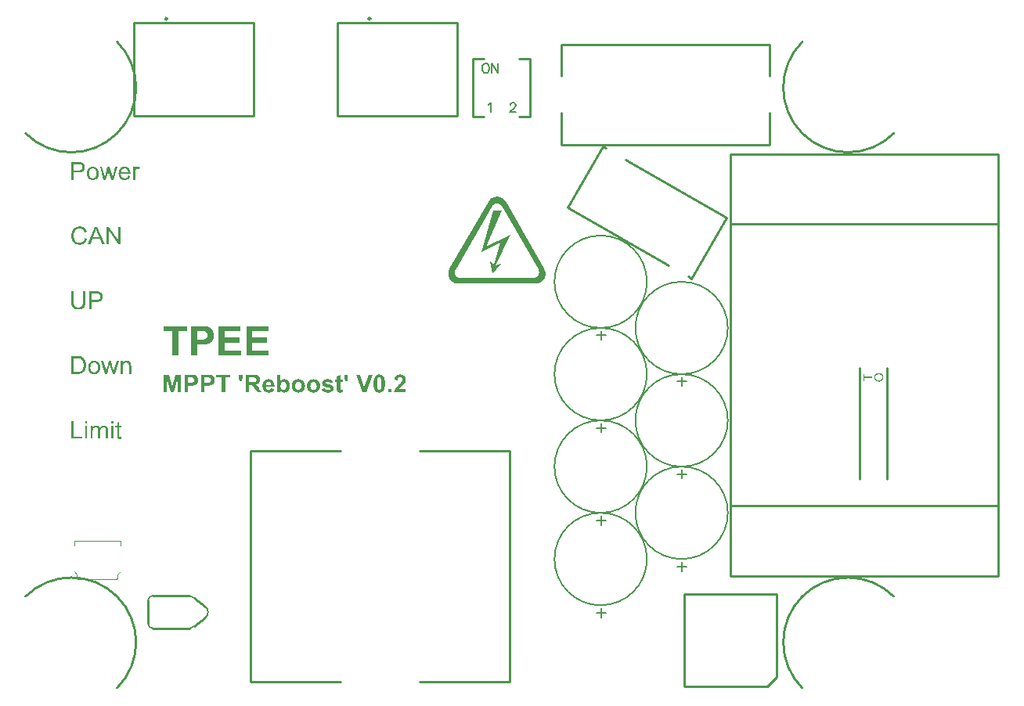
<source format=gbr>
%TF.GenerationSoftware,Altium Limited,Altium Designer,22.0.2 (36)*%
G04 Layer_Color=65535*
%FSLAX45Y45*%
%MOMM*%
%TF.SameCoordinates,8084254D-3EA1-499E-96B0-688E0DB6412D*%
%TF.FilePolarity,Positive*%
%TF.FileFunction,Legend,Top*%
%TF.Part,Single*%
G01*
G75*
%TA.AperFunction,NonConductor*%
%ADD96C,0.20000*%
%ADD97C,0.25000*%
%ADD98C,0.25400*%
%ADD101C,0.10000*%
%ADD194C,0.12700*%
%ADD195C,0.15240*%
G36*
X9079141Y3371379D02*
X9163738D01*
Y3358620D01*
X9079141D01*
Y3327000D01*
X9067769D01*
Y3402999D01*
X9079141D01*
Y3371379D01*
D02*
G37*
G36*
X9235355Y3410765D02*
X9236603D01*
X9238128Y3410626D01*
X9239793Y3410349D01*
X9241595Y3410210D01*
X9245617Y3409517D01*
X9250055Y3408407D01*
X9254493Y3406882D01*
X9256712Y3406050D01*
X9258931Y3404940D01*
X9259070D01*
X9259486Y3404663D01*
X9260040Y3404386D01*
X9260873Y3403831D01*
X9261843Y3403276D01*
X9262814Y3402583D01*
X9265449Y3400641D01*
X9268223Y3398284D01*
X9271135Y3395510D01*
X9273909Y3392181D01*
X9276405Y3388298D01*
Y3388160D01*
X9276682Y3387882D01*
X9276960Y3387189D01*
X9277376Y3386357D01*
X9277792Y3385386D01*
X9278208Y3384276D01*
X9278763Y3382890D01*
X9279317Y3381364D01*
X9279872Y3379700D01*
X9280427Y3377897D01*
X9281259Y3373875D01*
X9281952Y3369576D01*
X9282230Y3364999D01*
Y3363613D01*
X9282091Y3362780D01*
Y3361532D01*
X9281814Y3360145D01*
X9281675Y3358620D01*
X9281398Y3356817D01*
X9280566Y3353073D01*
X9279456Y3349051D01*
X9277792Y3344890D01*
X9276821Y3342810D01*
X9275712Y3340730D01*
X9275573Y3340591D01*
X9275434Y3340314D01*
X9275018Y3339759D01*
X9274464Y3338927D01*
X9273909Y3338095D01*
X9273077Y3337124D01*
X9270996Y3334766D01*
X9268500Y3332131D01*
X9265449Y3329358D01*
X9261982Y3326861D01*
X9257960Y3324504D01*
X9257821D01*
X9257405Y3324226D01*
X9256851Y3323949D01*
X9256019Y3323672D01*
X9254909Y3323255D01*
X9253661Y3322839D01*
X9252274Y3322285D01*
X9250749Y3321869D01*
X9248946Y3321314D01*
X9247143Y3320759D01*
X9242982Y3319927D01*
X9238683Y3319372D01*
X9233968Y3319095D01*
X9233829D01*
X9233690D01*
X9232858D01*
X9231610Y3319234D01*
X9229946D01*
X9228004Y3319511D01*
X9225647Y3319788D01*
X9223012Y3320204D01*
X9220238Y3320759D01*
X9217326Y3321314D01*
X9214275Y3322146D01*
X9211224Y3323255D01*
X9208034Y3324504D01*
X9204983Y3325890D01*
X9201932Y3327693D01*
X9199158Y3329635D01*
X9196523Y3331854D01*
X9196384Y3331993D01*
X9195968Y3332409D01*
X9195275Y3333241D01*
X9194443Y3334212D01*
X9193333Y3335460D01*
X9192224Y3336985D01*
X9190976Y3338788D01*
X9189728Y3340868D01*
X9188479Y3343087D01*
X9187231Y3345584D01*
X9186122Y3348357D01*
X9185012Y3351270D01*
X9184180Y3354459D01*
X9183487Y3357788D01*
X9183071Y3361255D01*
X9182932Y3364999D01*
Y3366248D01*
X9183071Y3367218D01*
Y3368466D01*
X9183209Y3369715D01*
X9183487Y3371379D01*
X9183764Y3373043D01*
X9184458Y3376649D01*
X9185567Y3380809D01*
X9187231Y3384831D01*
X9188202Y3386911D01*
X9189312Y3388992D01*
X9189450Y3389130D01*
X9189589Y3389408D01*
X9190005Y3389962D01*
X9190421Y3390795D01*
X9191114Y3391627D01*
X9191947Y3392736D01*
X9193888Y3395094D01*
X9196384Y3397590D01*
X9199435Y3400364D01*
X9203041Y3402999D01*
X9207063Y3405218D01*
X9207202D01*
X9207618Y3405495D01*
X9208173Y3405772D01*
X9209005Y3406050D01*
X9210114Y3406605D01*
X9211362Y3407021D01*
X9212888Y3407575D01*
X9214552Y3408130D01*
X9216355Y3408546D01*
X9218297Y3409101D01*
X9220515Y3409656D01*
X9222734Y3410072D01*
X9227588Y3410626D01*
X9232858Y3410904D01*
X9232997D01*
X9233552D01*
X9234245D01*
X9235355Y3410765D01*
D02*
G37*
G36*
X595224Y4998500D02*
X597723Y4998222D01*
X600777Y4997945D01*
X603831Y4997667D01*
X607440Y4996834D01*
X614936Y4995168D01*
X623264Y4992670D01*
X627429Y4991004D01*
X631315Y4989061D01*
X635202Y4986562D01*
X639089Y4984063D01*
X639366Y4983786D01*
X639922Y4983508D01*
X641032Y4982675D01*
X642420Y4981287D01*
X643808Y4979899D01*
X645752Y4977956D01*
X647695Y4975735D01*
X649916Y4973514D01*
X652137Y4970738D01*
X654358Y4967406D01*
X656856Y4964075D01*
X659077Y4960466D01*
X661021Y4956301D01*
X663242Y4952137D01*
X664907Y4947695D01*
X666573Y4942698D01*
X641587Y4936868D01*
Y4937145D01*
X641310Y4937701D01*
X640754Y4938811D01*
X640199Y4940199D01*
X639644Y4941865D01*
X638811Y4944086D01*
X636590Y4948528D01*
X633814Y4953525D01*
X630482Y4958522D01*
X626318Y4963242D01*
X621876Y4967406D01*
X621321Y4967961D01*
X619655Y4969072D01*
X616879Y4970460D01*
X613270Y4972403D01*
X608550Y4974069D01*
X603275Y4975735D01*
X596890Y4976845D01*
X589950Y4977123D01*
X587729D01*
X586340Y4976845D01*
X584397D01*
X582176Y4976568D01*
X576901Y4975735D01*
X571071Y4974624D01*
X564964Y4972681D01*
X558578Y4969905D01*
X552748Y4966296D01*
X552471D01*
X552193Y4965740D01*
X550250Y4964352D01*
X547751Y4962131D01*
X544697Y4958800D01*
X541088Y4954636D01*
X537757Y4949916D01*
X534703Y4944086D01*
X531927Y4937701D01*
Y4937423D01*
X531649Y4936868D01*
X531371Y4936035D01*
X531094Y4934647D01*
X530538Y4932981D01*
X529983Y4931038D01*
X529150Y4926318D01*
X528040Y4920766D01*
X526929Y4914658D01*
X526374Y4907995D01*
X526096Y4900777D01*
Y4900499D01*
Y4899666D01*
Y4898278D01*
Y4896613D01*
X526374Y4894669D01*
Y4892171D01*
X526652Y4889394D01*
X526929Y4886340D01*
X527762Y4879678D01*
X529150Y4872459D01*
X530816Y4865241D01*
X533037Y4858023D01*
Y4857745D01*
X533315Y4857190D01*
X533870Y4856357D01*
X534425Y4854969D01*
X536091Y4851638D01*
X538589Y4847751D01*
X541643Y4843309D01*
X545530Y4838590D01*
X549972Y4834425D01*
X555247Y4830538D01*
X555524D01*
X556080Y4830261D01*
X556913Y4829706D01*
X558023Y4829150D01*
X559411Y4828595D01*
X561077Y4827762D01*
X564964Y4826097D01*
X569961Y4824431D01*
X575513Y4823043D01*
X581621Y4821932D01*
X588006Y4821655D01*
X589950D01*
X591615Y4821932D01*
X593559D01*
X595502Y4822210D01*
X600499Y4823320D01*
X606329Y4824708D01*
X612159Y4826929D01*
X618267Y4829983D01*
X621321Y4831649D01*
X624097Y4833870D01*
X624375Y4834148D01*
X624652Y4834425D01*
X625485Y4835258D01*
X626596Y4836091D01*
X627706Y4837479D01*
X629094Y4839145D01*
X630760Y4840810D01*
X632148Y4843031D01*
X633814Y4845530D01*
X635757Y4848306D01*
X637423Y4851082D01*
X639089Y4854414D01*
X640477Y4858023D01*
X641865Y4861910D01*
X643253Y4866074D01*
X644363Y4870516D01*
X669905Y4864131D01*
Y4863853D01*
X669627Y4862743D01*
X669072Y4861077D01*
X668239Y4858856D01*
X667406Y4856357D01*
X666296Y4853303D01*
X664907Y4849972D01*
X663242Y4846363D01*
X659355Y4838590D01*
X654358Y4830816D01*
X651304Y4826929D01*
X648250Y4823043D01*
X644919Y4819711D01*
X641032Y4816380D01*
X640754Y4816102D01*
X640199Y4815547D01*
X638811Y4814992D01*
X637423Y4813881D01*
X635202Y4812493D01*
X632981Y4811105D01*
X629927Y4809717D01*
X626873Y4808329D01*
X623264Y4806663D01*
X619377Y4805275D01*
X615213Y4803887D01*
X610771Y4802499D01*
X606052Y4801388D01*
X601054Y4800833D01*
X595780Y4800278D01*
X590227Y4800000D01*
X587173D01*
X584952Y4800278D01*
X582454D01*
X579400Y4800555D01*
X576068Y4801111D01*
X572182Y4801666D01*
X564131Y4803054D01*
X555802Y4805275D01*
X547473Y4808329D01*
X543587Y4810272D01*
X539700Y4812493D01*
X539422Y4812771D01*
X538867Y4813048D01*
X537757Y4813881D01*
X536646Y4814992D01*
X534980Y4816102D01*
X533037Y4817768D01*
X530816Y4819711D01*
X528595Y4821932D01*
X526374Y4824431D01*
X523876Y4826929D01*
X518878Y4833315D01*
X514159Y4840810D01*
X509994Y4849139D01*
Y4849417D01*
X509439Y4850250D01*
X509162Y4851638D01*
X508329Y4853303D01*
X507773Y4855524D01*
X506941Y4858301D01*
X505830Y4861355D01*
X504997Y4864686D01*
X504164Y4868295D01*
X503054Y4872459D01*
X501666Y4881066D01*
X500555Y4890782D01*
X500000Y4900777D01*
Y4901054D01*
Y4902165D01*
Y4903831D01*
X500278Y4905774D01*
Y4908550D01*
X500555Y4911326D01*
X500833Y4914936D01*
X501388Y4918545D01*
X502776Y4926596D01*
X504720Y4935480D01*
X507496Y4944363D01*
X511383Y4952970D01*
X511660Y4953247D01*
X511938Y4954080D01*
X512493Y4955191D01*
X513603Y4956579D01*
X514714Y4958522D01*
X516102Y4960743D01*
X519711Y4965740D01*
X524431Y4971293D01*
X529983Y4976845D01*
X536368Y4982398D01*
X543864Y4987117D01*
X544142Y4987395D01*
X544975Y4987673D01*
X546085Y4988228D01*
X547473Y4989061D01*
X549694Y4989893D01*
X551915Y4990726D01*
X554692Y4991837D01*
X557745Y4992947D01*
X561077Y4994058D01*
X564686Y4995168D01*
X572459Y4996834D01*
X581343Y4998222D01*
X590505Y4998777D01*
X593281D01*
X595224Y4998500D01*
D02*
G37*
G36*
X1031369Y4803332D02*
X1004994D01*
X904495Y4954080D01*
Y4803332D01*
X880065D01*
Y4995446D01*
X906161D01*
X1006938Y4844420D01*
Y4995446D01*
X1031369D01*
Y4803332D01*
D02*
G37*
G36*
X859798D02*
X830925D01*
X808438Y4861632D01*
X727928D01*
X707106Y4803332D01*
X680177D01*
X753469Y4995446D01*
X781231D01*
X859798Y4803332D01*
D02*
G37*
G36*
X651026Y4184397D02*
Y4184119D01*
Y4183009D01*
Y4181621D01*
Y4179677D01*
X650749Y4177179D01*
Y4174403D01*
X650471Y4171071D01*
X650194Y4167740D01*
X649361Y4160244D01*
X648250Y4152470D01*
X646584Y4144975D01*
X645474Y4141366D01*
X644363Y4138034D01*
Y4137757D01*
X644086Y4137201D01*
X643531Y4136368D01*
X642975Y4135258D01*
X641310Y4132204D01*
X638811Y4128317D01*
X635480Y4123875D01*
X631593Y4119433D01*
X626596Y4114714D01*
X620488Y4110550D01*
X620210D01*
X619655Y4109994D01*
X618822Y4109717D01*
X617434Y4108884D01*
X615768Y4108051D01*
X613547Y4107218D01*
X611326Y4106385D01*
X608550Y4105275D01*
X605496Y4104164D01*
X602165Y4103331D01*
X598556Y4102499D01*
X594391Y4101666D01*
X590227Y4101110D01*
X585785Y4100555D01*
X575791Y4100000D01*
X573292D01*
X571349Y4100278D01*
X569128D01*
X566352Y4100555D01*
X563298Y4100833D01*
X560244Y4101110D01*
X553303Y4102221D01*
X545808Y4103887D01*
X538589Y4106108D01*
X531649Y4109161D01*
X531371D01*
X530816Y4109717D01*
X529983Y4110272D01*
X528873Y4110827D01*
X525819Y4113048D01*
X522210Y4116102D01*
X518045Y4119989D01*
X514159Y4124431D01*
X510272Y4129983D01*
X507218Y4136091D01*
Y4136368D01*
X506941Y4136924D01*
X506663Y4138034D01*
X506108Y4139422D01*
X505552Y4141088D01*
X504997Y4143309D01*
X504164Y4145808D01*
X503609Y4148861D01*
X503054Y4152193D01*
X502221Y4155802D01*
X501666Y4159689D01*
X501111Y4163853D01*
X500555Y4168573D01*
X500278Y4173570D01*
X500000Y4178845D01*
Y4184397D01*
Y4295446D01*
X525541D01*
Y4184397D01*
Y4184119D01*
Y4183287D01*
Y4181898D01*
Y4180233D01*
X525819Y4178289D01*
Y4175791D01*
X526096Y4170516D01*
X526652Y4164408D01*
X527485Y4158301D01*
X528595Y4152470D01*
X529150Y4149972D01*
X529983Y4147473D01*
X530261Y4146918D01*
X530816Y4145530D01*
X532204Y4143587D01*
X533870Y4140810D01*
X535813Y4138034D01*
X538589Y4134980D01*
X541921Y4131926D01*
X545808Y4129428D01*
X546363Y4129150D01*
X547751Y4128317D01*
X550250Y4127485D01*
X553581Y4126374D01*
X557468Y4124986D01*
X562465Y4124153D01*
X567740Y4123320D01*
X573570Y4123043D01*
X576346D01*
X578012Y4123320D01*
X580510D01*
X583009Y4123598D01*
X589117Y4124708D01*
X595780Y4126096D01*
X602165Y4128317D01*
X608273Y4131371D01*
X611049Y4133315D01*
X613547Y4135536D01*
X613825Y4135813D01*
X614103Y4136091D01*
X614658Y4136924D01*
X615491Y4138034D01*
X616324Y4139700D01*
X617434Y4141366D01*
X618545Y4143864D01*
X619655Y4146363D01*
X620766Y4149417D01*
X621598Y4153026D01*
X622709Y4157190D01*
X623542Y4161632D01*
X624375Y4166629D01*
X624930Y4171904D01*
X625485Y4178012D01*
Y4184397D01*
Y4295446D01*
X651026D01*
Y4184397D01*
D02*
G37*
G36*
X776512Y4295168D02*
X781231Y4294891D01*
X786228Y4294613D01*
X790948Y4294058D01*
X795112Y4293502D01*
X795667D01*
X797611Y4292947D01*
X800109Y4292392D01*
X803441Y4291559D01*
X807050Y4290171D01*
X810937Y4288505D01*
X815101Y4286562D01*
X818710Y4284341D01*
X819265Y4284063D01*
X820376Y4283230D01*
X822042Y4281565D01*
X824263Y4279621D01*
X826761Y4277123D01*
X829260Y4273791D01*
X832036Y4270182D01*
X834257Y4266018D01*
X834535Y4265463D01*
X835090Y4264075D01*
X836200Y4261576D01*
X837311Y4258244D01*
X838144Y4254358D01*
X839254Y4249916D01*
X839809Y4244919D01*
X840087Y4239644D01*
Y4239366D01*
Y4238533D01*
Y4237423D01*
X839809Y4235479D01*
X839532Y4233536D01*
X839254Y4231038D01*
X838699Y4228261D01*
X838144Y4225207D01*
X836200Y4218822D01*
X835090Y4215491D01*
X833424Y4211882D01*
X831481Y4208273D01*
X829537Y4204941D01*
X827039Y4201610D01*
X824263Y4198278D01*
X823985Y4198000D01*
X823430Y4197445D01*
X822597Y4196612D01*
X821209Y4195780D01*
X819543Y4194391D01*
X817322Y4193003D01*
X814546Y4191338D01*
X811492Y4189949D01*
X807883Y4188284D01*
X803718Y4186618D01*
X799277Y4185230D01*
X794002Y4184119D01*
X788449Y4183009D01*
X782342Y4182176D01*
X775401Y4181621D01*
X768183Y4181343D01*
X719044D01*
Y4103331D01*
X693503D01*
Y4295446D01*
X772347D01*
X776512Y4295168D01*
D02*
G37*
G36*
X5118399Y5319078D02*
X5128121Y5316300D01*
X5139232Y5313522D01*
X5151732Y5307967D01*
X5162843Y5301022D01*
X5175342Y5291300D01*
X5176731Y5289911D01*
X5179509Y5287133D01*
X5186453Y5280189D01*
X5187842Y5278800D01*
X5189231Y5276022D01*
X5194787Y5267689D01*
X5614226Y4541309D01*
X5615615Y4539920D01*
X5617004Y4535754D01*
X5619782Y4527420D01*
X5623948Y4517698D01*
X5626726Y4506587D01*
X5628115Y4492699D01*
Y4478810D01*
X5626726Y4463532D01*
Y4462143D01*
X5625337Y4459366D01*
X5623948Y4453810D01*
X5622559Y4448255D01*
Y4446866D01*
X5621171Y4444088D01*
X5618393Y4439922D01*
X5615615Y4432977D01*
X5614226D01*
X5612837Y4431588D01*
X5610060Y4427422D01*
X5605893Y4420477D01*
X5598949Y4413533D01*
X5590615Y4405200D01*
X5580893Y4396866D01*
X5568393Y4389922D01*
X5554505Y4384367D01*
X5553116D01*
X5548949Y4382978D01*
X5543394Y4381589D01*
X5537838D01*
X5536449Y4380200D01*
X5530894D01*
X5523950Y4378811D01*
X4678127Y4378811D01*
X4669793Y4380200D01*
X4660071Y4382978D01*
X4647571Y4385755D01*
X4635072Y4391311D01*
X4622572Y4398255D01*
X4610072Y4407977D01*
X4608683Y4409366D01*
X4605905Y4412144D01*
X4598961Y4419088D01*
X4597572Y4420477D01*
X4596183Y4423255D01*
X4590628Y4432977D01*
X4589239Y4434366D01*
X4587850Y4438532D01*
X4585072Y4445477D01*
X4580905Y4455199D01*
X4578128Y4466310D01*
X4576739Y4478810D01*
Y4492698D01*
X4578128Y4507976D01*
Y4509365D01*
X4579517Y4513531D01*
X4580905Y4519087D01*
X4582294Y4523254D01*
Y4524642D01*
X4583683Y4527420D01*
X4586461Y4531587D01*
X4589239Y4537142D01*
Y4538531D01*
Y4539920D01*
X4590628D01*
X5008678Y5264911D01*
Y5266300D01*
X5011456Y5269078D01*
X5017011Y5277411D01*
X5028122Y5289911D01*
X5040622Y5301022D01*
X5043400Y5302411D01*
X5048955Y5305189D01*
X5050344Y5306577D01*
X5053122Y5307966D01*
X5058677Y5310744D01*
X5064233Y5313522D01*
X5072566Y5316300D01*
X5082288Y5317688D01*
X5092010Y5320466D01*
X5110065D01*
X5118399Y5319078D01*
D02*
G37*
G36*
X1103550Y3545196D02*
X1106604Y3544919D01*
X1110213Y3544363D01*
X1114100Y3543531D01*
X1118264Y3542420D01*
X1122151Y3540754D01*
X1122706Y3540477D01*
X1123817Y3539922D01*
X1125760Y3539089D01*
X1127981Y3537701D01*
X1130757Y3536035D01*
X1133256Y3533814D01*
X1135754Y3531593D01*
X1137975Y3528817D01*
X1138253Y3528539D01*
X1138808Y3527429D01*
X1139641Y3526040D01*
X1141029Y3524097D01*
X1142140Y3521321D01*
X1143250Y3518545D01*
X1144638Y3515213D01*
X1145471Y3511604D01*
Y3511326D01*
X1145749Y3510216D01*
X1146026Y3508550D01*
X1146304Y3506329D01*
Y3502998D01*
X1146582Y3499111D01*
X1146859Y3494392D01*
Y3488561D01*
Y3403054D01*
X1123261D01*
Y3487451D01*
Y3487729D01*
Y3488006D01*
Y3489950D01*
Y3492448D01*
X1122984Y3495502D01*
X1122706Y3499111D01*
X1122151Y3502720D01*
X1121318Y3506052D01*
X1120485Y3509106D01*
Y3509383D01*
X1119930Y3510216D01*
X1119097Y3511604D01*
X1118264Y3513270D01*
X1116876Y3514936D01*
X1115210Y3516879D01*
X1112989Y3518822D01*
X1110491Y3520488D01*
X1110213Y3520766D01*
X1109380Y3521321D01*
X1107715Y3521876D01*
X1105771Y3522709D01*
X1103550Y3523542D01*
X1100774Y3524375D01*
X1097443Y3524652D01*
X1094111Y3524930D01*
X1092723D01*
X1091612Y3524652D01*
X1088836Y3524375D01*
X1085227Y3523819D01*
X1081340Y3522431D01*
X1076899Y3520766D01*
X1072457Y3518545D01*
X1068292Y3515213D01*
X1067737Y3514658D01*
X1066627Y3513270D01*
X1065794Y3512159D01*
X1064961Y3510771D01*
X1063850Y3509106D01*
X1063017Y3507162D01*
X1061907Y3504941D01*
X1060796Y3502165D01*
X1059964Y3499111D01*
X1059131Y3495780D01*
X1058575Y3492171D01*
X1058020Y3488284D01*
X1057465Y3483564D01*
Y3478845D01*
Y3403054D01*
X1033867D01*
Y3542420D01*
X1054966D01*
Y3522431D01*
X1055244Y3522709D01*
X1055799Y3523542D01*
X1056632Y3524652D01*
X1057743Y3526040D01*
X1059408Y3527706D01*
X1061352Y3529650D01*
X1063573Y3531871D01*
X1066349Y3534091D01*
X1069125Y3536035D01*
X1072457Y3538256D01*
X1076066Y3540199D01*
X1079952Y3541865D01*
X1084394Y3543253D01*
X1088836Y3544363D01*
X1093833Y3545196D01*
X1099108Y3545474D01*
X1101329D01*
X1103550Y3545196D01*
D02*
G37*
G36*
X970014Y3403054D02*
X945861D01*
X923651Y3486341D01*
X918099Y3510216D01*
X890059Y3403054D01*
X865073D01*
X822874Y3542420D01*
X847583D01*
X869793Y3461910D01*
X877566Y3431927D01*
Y3432204D01*
X877844Y3432759D01*
X878121Y3434148D01*
X878399Y3434980D01*
X878676Y3436369D01*
X878954Y3438034D01*
X879509Y3439978D01*
X880065Y3442199D01*
X880897Y3444975D01*
X881730Y3448029D01*
X882563Y3451638D01*
X883674Y3455802D01*
X884784Y3460522D01*
X906994Y3542420D01*
X931147D01*
X951969Y3461355D01*
X958909Y3434703D01*
X966960Y3461632D01*
X990836Y3542420D01*
X1013878D01*
X970014Y3403054D01*
D02*
G37*
G36*
X578845Y3594891D02*
X584397Y3594613D01*
X589950Y3594058D01*
X595502Y3593225D01*
X600222Y3592392D01*
X600499D01*
X601054Y3592114D01*
X601887D01*
X602998Y3591559D01*
X606052Y3590726D01*
X609938Y3589338D01*
X614380Y3587395D01*
X619100Y3584896D01*
X623819Y3582120D01*
X628261Y3578511D01*
X628539Y3578233D01*
X628817Y3577956D01*
X629649Y3577123D01*
X630760Y3576290D01*
X633536Y3573514D01*
X636868Y3569627D01*
X640477Y3564908D01*
X644363Y3559355D01*
X647973Y3552970D01*
X651026Y3545752D01*
Y3545474D01*
X651304Y3544919D01*
X651859Y3543808D01*
X652137Y3542143D01*
X652970Y3540199D01*
X653525Y3537978D01*
X654080Y3535480D01*
X654913Y3532426D01*
X655746Y3529372D01*
X656301Y3525763D01*
X657689Y3517989D01*
X658522Y3509383D01*
X658800Y3499944D01*
Y3499666D01*
Y3499111D01*
Y3497723D01*
Y3496335D01*
X658522Y3494392D01*
Y3492171D01*
X658245Y3486896D01*
X657412Y3480788D01*
X656579Y3474403D01*
X655191Y3467740D01*
X653525Y3461077D01*
Y3460799D01*
X653247Y3460244D01*
X652970Y3459411D01*
X652692Y3458301D01*
X651582Y3455247D01*
X649916Y3451360D01*
X648250Y3446918D01*
X646029Y3442476D01*
X643253Y3437757D01*
X640477Y3433315D01*
X640199Y3432759D01*
X639089Y3431371D01*
X637423Y3429428D01*
X635202Y3426929D01*
X632703Y3424153D01*
X629649Y3421377D01*
X626596Y3418323D01*
X622987Y3415825D01*
X622431Y3415547D01*
X621321Y3414714D01*
X619377Y3413604D01*
X616601Y3412215D01*
X613270Y3410550D01*
X609383Y3409162D01*
X604941Y3407496D01*
X599944Y3406108D01*
X599389D01*
X598556Y3405830D01*
X597723Y3405552D01*
X594947Y3405275D01*
X591060Y3404720D01*
X586618Y3404164D01*
X581343Y3403609D01*
X575513Y3403332D01*
X569128Y3403054D01*
X500000D01*
Y3595168D01*
X573847D01*
X578845Y3594891D01*
D02*
G37*
G36*
X751803Y3545196D02*
X754302Y3544919D01*
X757078Y3544363D01*
X760132Y3543808D01*
X763741Y3543253D01*
X771237Y3540754D01*
X775123Y3539366D01*
X779010Y3537423D01*
X782897Y3535480D01*
X786784Y3532703D01*
X790393Y3529927D01*
X794002Y3526596D01*
X794279Y3526318D01*
X794835Y3525763D01*
X795667Y3524652D01*
X796778Y3523264D01*
X798166Y3521321D01*
X799832Y3518822D01*
X801498Y3516046D01*
X803163Y3512992D01*
X804829Y3509661D01*
X806495Y3505496D01*
X808160Y3501332D01*
X809549Y3496613D01*
X810659Y3491615D01*
X811492Y3486341D01*
X812047Y3480788D01*
X812325Y3474680D01*
Y3474403D01*
Y3473570D01*
Y3472182D01*
Y3470238D01*
X812047Y3468017D01*
X811770Y3465241D01*
Y3462465D01*
X811214Y3459411D01*
X810381Y3452471D01*
X808716Y3445530D01*
X806772Y3438590D01*
X803996Y3432204D01*
Y3431927D01*
X803718Y3431649D01*
X803163Y3430816D01*
X802608Y3429706D01*
X800665Y3426929D01*
X798166Y3423598D01*
X794835Y3419711D01*
X790670Y3415825D01*
X785951Y3411938D01*
X780398Y3408329D01*
X780121D01*
X779843Y3408051D01*
X779010Y3407496D01*
X777622Y3406941D01*
X776234Y3406385D01*
X774568Y3405830D01*
X770404Y3404164D01*
X765684Y3402776D01*
X759854Y3401388D01*
X753747Y3400278D01*
X747084Y3400000D01*
X744307D01*
X742086Y3400278D01*
X739588Y3400555D01*
X736812Y3401111D01*
X733480Y3401666D01*
X730149Y3402221D01*
X722653Y3404442D01*
X718489Y3406108D01*
X714602Y3407773D01*
X710715Y3409994D01*
X706828Y3412493D01*
X703219Y3415269D01*
X699610Y3418601D01*
X699333Y3418878D01*
X698777Y3419434D01*
X697945Y3420544D01*
X696834Y3422210D01*
X695446Y3424153D01*
X694058Y3426374D01*
X692392Y3429150D01*
X690726Y3432482D01*
X689061Y3436091D01*
X687395Y3440255D01*
X686007Y3444697D01*
X684619Y3449417D01*
X683508Y3454692D01*
X682675Y3460244D01*
X682120Y3466352D01*
X681842Y3472737D01*
Y3473292D01*
Y3474403D01*
X682120Y3476346D01*
Y3479122D01*
X682398Y3482176D01*
X682953Y3486063D01*
X683508Y3489950D01*
X684619Y3494392D01*
X685729Y3498833D01*
X687117Y3503553D01*
X688783Y3508550D01*
X691004Y3513270D01*
X693225Y3517712D01*
X696279Y3522154D01*
X699333Y3526318D01*
X703219Y3529927D01*
X703497Y3530205D01*
X704052Y3530482D01*
X705163Y3531315D01*
X706551Y3532426D01*
X708217Y3533536D01*
X710437Y3534924D01*
X712658Y3536312D01*
X715435Y3537701D01*
X718489Y3539089D01*
X721820Y3540477D01*
X729316Y3542975D01*
X737922Y3544919D01*
X742364Y3545196D01*
X747084Y3545474D01*
X749860D01*
X751803Y3545196D01*
D02*
G37*
G36*
X2630591Y3866103D02*
X2457971D01*
Y3795296D01*
X2618559D01*
Y3741150D01*
X2457971D01*
Y3654146D01*
X2636607D01*
Y3600000D01*
X2393181D01*
Y3920249D01*
X2630591D01*
Y3866103D01*
D02*
G37*
G36*
X2332093D02*
X2159473D01*
Y3795296D01*
X2320060D01*
Y3741150D01*
X2159473D01*
Y3654146D01*
X2338109D01*
Y3600000D01*
X2094683D01*
Y3920249D01*
X2332093D01*
Y3866103D01*
D02*
G37*
G36*
X1919286Y3919786D02*
X1931318D01*
X1944277Y3918861D01*
X1957235Y3917935D01*
X1962788Y3917472D01*
X1968342Y3917010D01*
X1972969Y3916084D01*
X1976672Y3915159D01*
X1977134D01*
X1978060Y3914696D01*
X1979448Y3914233D01*
X1981300Y3913770D01*
X1986390Y3911456D01*
X1992869Y3908680D01*
X1999811Y3904514D01*
X2007678Y3898961D01*
X2015083Y3892019D01*
X2022488Y3883689D01*
Y3883226D01*
X2023413Y3882763D01*
X2024339Y3881375D01*
X2025264Y3879524D01*
X2027116Y3876747D01*
X2028504Y3873970D01*
X2030355Y3870731D01*
X2032206Y3867029D01*
X2035446Y3857773D01*
X2038685Y3847591D01*
X2040536Y3835096D01*
X2041462Y3821675D01*
Y3821213D01*
Y3820287D01*
Y3818899D01*
Y3816585D01*
X2040999Y3814271D01*
Y3811031D01*
X2040074Y3804552D01*
X2038685Y3796685D01*
X2036834Y3787892D01*
X2034057Y3779562D01*
X2030355Y3771694D01*
X2029892Y3770769D01*
X2028504Y3768455D01*
X2026190Y3764752D01*
X2022950Y3760125D01*
X2019248Y3755497D01*
X2014158Y3749943D01*
X2009067Y3744853D01*
X2003051Y3740225D01*
X2002125Y3739762D01*
X2000274Y3738374D01*
X1997034Y3736522D01*
X1992869Y3734208D01*
X1987779Y3731432D01*
X1982225Y3729118D01*
X1976209Y3726804D01*
X1969730Y3724953D01*
X1968804D01*
X1967416Y3724490D01*
X1965565D01*
X1963251Y3724027D01*
X1960011Y3723564D01*
X1956772Y3723102D01*
X1952607D01*
X1948442Y3722639D01*
X1943351Y3722176D01*
X1937797Y3721713D01*
X1931781Y3721250D01*
X1925302D01*
X1918360Y3720788D01*
X1860975D01*
Y3600000D01*
X1796184D01*
Y3920249D01*
X1914195D01*
X1919286Y3919786D01*
D02*
G37*
G36*
X1754071Y3866103D02*
X1659662D01*
Y3600000D01*
X1594872D01*
Y3866103D01*
X1500000D01*
Y3920249D01*
X1754071D01*
Y3866103D01*
D02*
G37*
G36*
X1224038Y5645196D02*
X1227092Y5644641D01*
X1230701Y5643530D01*
X1234588Y5642142D01*
X1239030Y5640199D01*
X1243749Y5637700D01*
X1235143Y5616046D01*
X1234865Y5616324D01*
X1233755Y5616879D01*
X1232089Y5617712D01*
X1229868Y5618545D01*
X1227370Y5619377D01*
X1224316Y5620210D01*
X1221262Y5620765D01*
X1218208Y5621043D01*
X1216820D01*
X1215432Y5620765D01*
X1213489Y5620488D01*
X1211545Y5619933D01*
X1209047Y5619100D01*
X1206548Y5617989D01*
X1204327Y5616324D01*
X1204049Y5616046D01*
X1203217Y5615491D01*
X1202384Y5614380D01*
X1200996Y5612992D01*
X1199607Y5611049D01*
X1198219Y5608828D01*
X1196831Y5606329D01*
X1195721Y5603275D01*
X1195443Y5602720D01*
X1195166Y5601054D01*
X1194610Y5598556D01*
X1193777Y5595224D01*
X1192945Y5591060D01*
X1192389Y5586340D01*
X1192112Y5581343D01*
X1191834Y5575791D01*
Y5503054D01*
X1168236D01*
Y5642420D01*
X1189613D01*
Y5621321D01*
X1189891Y5621598D01*
X1191001Y5623542D01*
X1192389Y5626040D01*
X1194610Y5629094D01*
X1196831Y5632148D01*
X1199330Y5635479D01*
X1201828Y5638256D01*
X1204327Y5640477D01*
X1204605Y5640754D01*
X1205438Y5641310D01*
X1207103Y5642142D01*
X1208769Y5642975D01*
X1210990Y5643808D01*
X1213766Y5644641D01*
X1216542Y5645196D01*
X1219596Y5645474D01*
X1221540D01*
X1224038Y5645196D01*
D02*
G37*
G36*
X955300Y5503054D02*
X931147D01*
X908937Y5586340D01*
X903385Y5610216D01*
X875345Y5503054D01*
X850359D01*
X808160Y5642420D01*
X832869D01*
X855079Y5561910D01*
X862852Y5531926D01*
Y5532204D01*
X863130Y5532759D01*
X863407Y5534147D01*
X863685Y5534980D01*
X863962Y5536368D01*
X864240Y5538034D01*
X864795Y5539977D01*
X865351Y5542198D01*
X866183Y5544975D01*
X867016Y5548029D01*
X867849Y5551638D01*
X868960Y5555802D01*
X870070Y5560522D01*
X892280Y5642420D01*
X916433D01*
X937255Y5561354D01*
X944195Y5534703D01*
X952246Y5561632D01*
X976122Y5642420D01*
X999164D01*
X955300Y5503054D01*
D02*
G37*
G36*
X583009Y5694891D02*
X587729Y5694613D01*
X592726Y5694335D01*
X597445Y5693780D01*
X601610Y5693225D01*
X602165D01*
X604108Y5692670D01*
X606607Y5692114D01*
X609938Y5691281D01*
X613547Y5689893D01*
X617434Y5688228D01*
X621598Y5686284D01*
X625208Y5684063D01*
X625763Y5683786D01*
X626873Y5682953D01*
X628539Y5681287D01*
X630760Y5679344D01*
X633259Y5676845D01*
X635757Y5673514D01*
X638533Y5669905D01*
X640754Y5665740D01*
X641032Y5665185D01*
X641587Y5663797D01*
X642698Y5661298D01*
X643808Y5657967D01*
X644641Y5654080D01*
X645752Y5649638D01*
X646307Y5644641D01*
X646584Y5639366D01*
Y5639089D01*
Y5638256D01*
Y5637145D01*
X646307Y5635202D01*
X646029Y5633258D01*
X645752Y5630760D01*
X645196Y5627984D01*
X644641Y5624930D01*
X642698Y5618545D01*
X641587Y5615213D01*
X639922Y5611604D01*
X637978Y5607995D01*
X636035Y5604663D01*
X633536Y5601332D01*
X630760Y5598000D01*
X630482Y5597723D01*
X629927Y5597168D01*
X629094Y5596335D01*
X627706Y5595502D01*
X626040Y5594114D01*
X623819Y5592726D01*
X621043Y5591060D01*
X617989Y5589672D01*
X614380Y5588006D01*
X610216Y5586340D01*
X605774Y5584952D01*
X600499Y5583842D01*
X594947Y5582731D01*
X588839Y5581898D01*
X581899Y5581343D01*
X574680Y5581066D01*
X525541D01*
Y5503054D01*
X500000D01*
Y5695168D01*
X578845D01*
X583009Y5694891D01*
D02*
G37*
G36*
X1080785Y5645196D02*
X1083006Y5644919D01*
X1085782Y5644363D01*
X1088836Y5643808D01*
X1092445Y5642975D01*
X1095777Y5642142D01*
X1099664Y5640754D01*
X1103273Y5639366D01*
X1107159Y5637423D01*
X1111046Y5635202D01*
X1114933Y5632703D01*
X1118542Y5629649D01*
X1121873Y5626318D01*
X1122151Y5626040D01*
X1122706Y5625485D01*
X1123539Y5624375D01*
X1124650Y5622709D01*
X1126038Y5620765D01*
X1127426Y5618545D01*
X1129091Y5615768D01*
X1130757Y5612437D01*
X1132423Y5608828D01*
X1134089Y5604941D01*
X1135477Y5600499D01*
X1136865Y5595780D01*
X1137975Y5590505D01*
X1138808Y5584952D01*
X1139363Y5579122D01*
X1139641Y5572737D01*
Y5572459D01*
Y5571349D01*
Y5569405D01*
X1139363Y5566629D01*
X1035255D01*
Y5566352D01*
Y5565519D01*
X1035533Y5564408D01*
Y5562742D01*
X1035810Y5560799D01*
X1036366Y5558578D01*
X1037199Y5553581D01*
X1038864Y5548029D01*
X1041085Y5541921D01*
X1044139Y5536368D01*
X1048026Y5531371D01*
X1048303D01*
X1048581Y5530816D01*
X1050247Y5529428D01*
X1052745Y5527484D01*
X1056077Y5525541D01*
X1060519Y5523320D01*
X1065516Y5521377D01*
X1071068Y5519989D01*
X1074122Y5519711D01*
X1077454Y5519433D01*
X1079675D01*
X1082173Y5519711D01*
X1085227Y5520266D01*
X1088559Y5521099D01*
X1092445Y5522210D01*
X1096054Y5523875D01*
X1099664Y5526096D01*
X1099941Y5526374D01*
X1101329Y5527484D01*
X1102995Y5529150D01*
X1104938Y5531371D01*
X1107159Y5534425D01*
X1109658Y5538312D01*
X1112157Y5542754D01*
X1114378Y5548029D01*
X1138808Y5544975D01*
Y5544697D01*
X1138531Y5544142D01*
X1138253Y5543031D01*
X1137698Y5541366D01*
X1136865Y5539700D01*
X1136032Y5537479D01*
X1133811Y5532759D01*
X1131035Y5527484D01*
X1127148Y5521932D01*
X1122706Y5516657D01*
X1117154Y5511660D01*
X1116876D01*
X1116321Y5511105D01*
X1115488Y5510550D01*
X1114378Y5509717D01*
X1112712Y5508884D01*
X1111046Y5508051D01*
X1108825Y5506940D01*
X1106326Y5505830D01*
X1103550Y5504719D01*
X1100774Y5503609D01*
X1093833Y5501943D01*
X1086060Y5500555D01*
X1077454Y5500000D01*
X1074400D01*
X1072457Y5500278D01*
X1069958Y5500555D01*
X1066904Y5501110D01*
X1063573Y5501666D01*
X1059964Y5502221D01*
X1052190Y5504442D01*
X1048026Y5506108D01*
X1044139Y5507773D01*
X1039975Y5509994D01*
X1036088Y5512493D01*
X1032479Y5515269D01*
X1028870Y5518601D01*
X1028592Y5518878D01*
X1028037Y5519433D01*
X1027204Y5520544D01*
X1026094Y5522210D01*
X1024706Y5524153D01*
X1023317Y5526374D01*
X1021652Y5529150D01*
X1019986Y5532204D01*
X1018320Y5535813D01*
X1016655Y5539700D01*
X1015266Y5544142D01*
X1013878Y5548861D01*
X1012768Y5553859D01*
X1011935Y5559411D01*
X1011380Y5565241D01*
X1011102Y5571349D01*
Y5571626D01*
Y5573015D01*
Y5574680D01*
X1011380Y5577179D01*
X1011657Y5580233D01*
X1011935Y5583564D01*
X1012490Y5587451D01*
X1013323Y5591338D01*
X1015544Y5600221D01*
X1016932Y5604663D01*
X1018598Y5609383D01*
X1020819Y5613825D01*
X1023317Y5617989D01*
X1026094Y5622154D01*
X1029148Y5626040D01*
X1029425Y5626318D01*
X1029980Y5626873D01*
X1031091Y5627706D01*
X1032479Y5629094D01*
X1034145Y5630482D01*
X1036366Y5632148D01*
X1038864Y5634091D01*
X1041918Y5635757D01*
X1044972Y5637700D01*
X1048581Y5639366D01*
X1052468Y5641032D01*
X1056632Y5642420D01*
X1061074Y5643808D01*
X1065794Y5644641D01*
X1070791Y5645196D01*
X1076066Y5645474D01*
X1078842D01*
X1080785Y5645196D01*
D02*
G37*
G36*
X737089D02*
X739588Y5644919D01*
X742364Y5644363D01*
X745418Y5643808D01*
X749027Y5643253D01*
X756523Y5640754D01*
X760409Y5639366D01*
X764296Y5637423D01*
X768183Y5635479D01*
X772070Y5632703D01*
X775679Y5629927D01*
X779288Y5626596D01*
X779565Y5626318D01*
X780121Y5625763D01*
X780953Y5624652D01*
X782064Y5623264D01*
X783452Y5621321D01*
X785118Y5618822D01*
X786784Y5616046D01*
X788449Y5612992D01*
X790115Y5609661D01*
X791781Y5605496D01*
X793446Y5601332D01*
X794835Y5596612D01*
X795945Y5591615D01*
X796778Y5586340D01*
X797333Y5580788D01*
X797611Y5574680D01*
Y5574403D01*
Y5573570D01*
Y5572182D01*
Y5570238D01*
X797333Y5568017D01*
X797056Y5565241D01*
Y5562465D01*
X796500Y5559411D01*
X795667Y5552470D01*
X794002Y5545530D01*
X792058Y5538589D01*
X789282Y5532204D01*
Y5531926D01*
X789005Y5531649D01*
X788449Y5530816D01*
X787894Y5529705D01*
X785951Y5526929D01*
X783452Y5523598D01*
X780121Y5519711D01*
X775956Y5515824D01*
X771237Y5511938D01*
X765684Y5508329D01*
X765407D01*
X765129Y5508051D01*
X764296Y5507496D01*
X762908Y5506940D01*
X761520Y5506385D01*
X759854Y5505830D01*
X755690Y5504164D01*
X750970Y5502776D01*
X745140Y5501388D01*
X739033Y5500278D01*
X732370Y5500000D01*
X729593D01*
X727372Y5500278D01*
X724874Y5500555D01*
X722098Y5501110D01*
X718766Y5501666D01*
X715435Y5502221D01*
X707939Y5504442D01*
X703775Y5506108D01*
X699888Y5507773D01*
X696001Y5509994D01*
X692114Y5512493D01*
X688505Y5515269D01*
X684896Y5518601D01*
X684619Y5518878D01*
X684063Y5519433D01*
X683231Y5520544D01*
X682120Y5522210D01*
X680732Y5524153D01*
X679344Y5526374D01*
X677678Y5529150D01*
X676012Y5532482D01*
X674347Y5536091D01*
X672681Y5540255D01*
X671293Y5544697D01*
X669905Y5549417D01*
X668794Y5554691D01*
X667961Y5560244D01*
X667406Y5566352D01*
X667128Y5572737D01*
Y5573292D01*
Y5574403D01*
X667406Y5576346D01*
Y5579122D01*
X667684Y5582176D01*
X668239Y5586063D01*
X668794Y5589949D01*
X669905Y5594391D01*
X671015Y5598833D01*
X672403Y5603553D01*
X674069Y5608550D01*
X676290Y5613270D01*
X678511Y5617712D01*
X681565Y5622154D01*
X684619Y5626318D01*
X688505Y5629927D01*
X688783Y5630205D01*
X689338Y5630482D01*
X690449Y5631315D01*
X691837Y5632426D01*
X693503Y5633536D01*
X695724Y5634924D01*
X697945Y5636312D01*
X700721Y5637700D01*
X703775Y5639089D01*
X707106Y5640477D01*
X714602Y5642975D01*
X723208Y5644919D01*
X727650Y5645196D01*
X732370Y5645474D01*
X735146D01*
X737089Y5645196D01*
D02*
G37*
G36*
X954467Y2867128D02*
X930869D01*
Y2894058D01*
X954467D01*
Y2867128D01*
D02*
G37*
G36*
X671015D02*
X647417D01*
Y2894058D01*
X671015D01*
Y2867128D01*
D02*
G37*
G36*
X856189Y2844086D02*
X858132D01*
X860076Y2843808D01*
X864795Y2842975D01*
X869793Y2841587D01*
X875067Y2839366D01*
X880342Y2836590D01*
X884784Y2832703D01*
X885339Y2832148D01*
X886450Y2830482D01*
X888393Y2827984D01*
X889226Y2826040D01*
X890337Y2824097D01*
X891447Y2821598D01*
X892280Y2819100D01*
X893390Y2816324D01*
X894223Y2812992D01*
X894778Y2809661D01*
X895334Y2805774D01*
X895889Y2801887D01*
Y2797445D01*
Y2701943D01*
X872291D01*
Y2789394D01*
Y2789672D01*
Y2789949D01*
Y2791615D01*
Y2794114D01*
X872013Y2797168D01*
X871736Y2800499D01*
X871458Y2803831D01*
X870903Y2807162D01*
X870070Y2809661D01*
Y2809938D01*
X869515Y2810771D01*
X868960Y2811882D01*
X868127Y2813270D01*
X867016Y2814935D01*
X865628Y2816601D01*
X863962Y2818267D01*
X861741Y2819933D01*
X861464Y2820210D01*
X860631Y2820488D01*
X859521Y2821043D01*
X857577Y2821876D01*
X855634Y2822709D01*
X853135Y2823264D01*
X850637Y2823542D01*
X847583Y2823819D01*
X846195D01*
X845084Y2823542D01*
X842308Y2823264D01*
X838976Y2822709D01*
X835090Y2821321D01*
X830925Y2819655D01*
X826761Y2817156D01*
X822874Y2813825D01*
X822597Y2813270D01*
X821486Y2811882D01*
X819821Y2809661D01*
X818155Y2806329D01*
X816211Y2801887D01*
X814823Y2796612D01*
X813713Y2790227D01*
X813158Y2782731D01*
Y2701943D01*
X789560D01*
Y2792170D01*
Y2792448D01*
Y2793003D01*
Y2793559D01*
Y2794669D01*
X789282Y2797723D01*
X788727Y2801054D01*
X788172Y2804941D01*
X787061Y2808828D01*
X785673Y2812437D01*
X783730Y2815768D01*
X783452Y2816046D01*
X782619Y2817156D01*
X781231Y2818267D01*
X779288Y2819933D01*
X776789Y2821321D01*
X773458Y2822709D01*
X769571Y2823542D01*
X764851Y2823819D01*
X763186D01*
X761242Y2823542D01*
X759021Y2823264D01*
X756245Y2822431D01*
X752914Y2821598D01*
X749860Y2820210D01*
X746528Y2818545D01*
X746251Y2818267D01*
X745140Y2817434D01*
X743752Y2816324D01*
X741809Y2814658D01*
X739865Y2812437D01*
X737922Y2809661D01*
X735979Y2806607D01*
X734313Y2802998D01*
X734035Y2802442D01*
X733758Y2801054D01*
X733202Y2798833D01*
X732370Y2795780D01*
X731537Y2791615D01*
X730982Y2786618D01*
X730704Y2780788D01*
X730426Y2774125D01*
Y2701943D01*
X706828D01*
Y2841310D01*
X727928D01*
Y2821321D01*
X728205Y2821876D01*
X729038Y2822986D01*
X730704Y2824930D01*
X732647Y2827151D01*
X735146Y2829927D01*
X738200Y2832703D01*
X741531Y2835479D01*
X745418Y2837978D01*
X745973Y2838256D01*
X747361Y2839089D01*
X749582Y2839921D01*
X752636Y2841310D01*
X756245Y2842420D01*
X760409Y2843253D01*
X765129Y2844086D01*
X770126Y2844363D01*
X772625D01*
X775679Y2844086D01*
X779010Y2843531D01*
X783174Y2842698D01*
X787339Y2841587D01*
X791503Y2839921D01*
X795390Y2837700D01*
X795945Y2837423D01*
X797056Y2836590D01*
X798721Y2835202D01*
X800942Y2832981D01*
X803163Y2830482D01*
X805662Y2827428D01*
X807883Y2823819D01*
X809549Y2819655D01*
X809826Y2819933D01*
X810381Y2820766D01*
X811214Y2821876D01*
X812602Y2823542D01*
X814268Y2825485D01*
X816211Y2827428D01*
X818432Y2829649D01*
X821209Y2832148D01*
X824263Y2834369D01*
X827316Y2836590D01*
X830925Y2838533D01*
X834812Y2840477D01*
X838976Y2842142D01*
X843418Y2843253D01*
X847860Y2844086D01*
X852858Y2844363D01*
X854801D01*
X856189Y2844086D01*
D02*
G37*
G36*
X954467Y2701943D02*
X930869D01*
Y2841310D01*
X954467D01*
Y2701943D01*
D02*
G37*
G36*
X671015D02*
X647417D01*
Y2841310D01*
X671015D01*
Y2701943D01*
D02*
G37*
G36*
X525541Y2724708D02*
X620210D01*
Y2701943D01*
X500000D01*
Y2894058D01*
X525541D01*
Y2724708D01*
D02*
G37*
G36*
X1018043Y2841310D02*
X1041918D01*
Y2822986D01*
X1018043D01*
Y2741088D01*
Y2740533D01*
Y2739422D01*
Y2737757D01*
X1018320Y2735813D01*
X1018598Y2731371D01*
X1018876Y2729428D01*
X1019153Y2728040D01*
X1019431Y2727485D01*
X1020264Y2726374D01*
X1021374Y2724986D01*
X1023317Y2723598D01*
X1023873Y2723320D01*
X1025261Y2722765D01*
X1027759Y2722210D01*
X1031369Y2721932D01*
X1034145D01*
X1035533Y2722210D01*
X1037476D01*
X1039697Y2722487D01*
X1041918Y2722765D01*
X1044972Y2701943D01*
X1044417D01*
X1043306Y2701666D01*
X1041363Y2701388D01*
X1038864Y2701110D01*
X1036088Y2700555D01*
X1033034Y2700278D01*
X1026927Y2700000D01*
X1024706D01*
X1022485Y2700278D01*
X1019708Y2700555D01*
X1016377Y2700833D01*
X1013045Y2701666D01*
X1009992Y2702499D01*
X1006938Y2703887D01*
X1006660Y2704164D01*
X1005827Y2704720D01*
X1004717Y2705552D01*
X1003051Y2706940D01*
X1001663Y2708329D01*
X999997Y2710272D01*
X998332Y2712215D01*
X997221Y2714714D01*
Y2714992D01*
X996666Y2716102D01*
X996388Y2718045D01*
X995833Y2720822D01*
X995278Y2724431D01*
X995000Y2726652D01*
Y2729150D01*
X994722Y2732204D01*
X994445Y2735258D01*
Y2738589D01*
Y2742476D01*
Y2822986D01*
X976955D01*
Y2841310D01*
X994445D01*
Y2875735D01*
X1018043Y2889893D01*
Y2841310D01*
D02*
G37*
G36*
X3491660Y3362964D02*
X3485553Y3327429D01*
X3458346D01*
X3451683Y3362964D01*
Y3395724D01*
X3491660D01*
Y3362964D01*
D02*
G37*
G36*
X2353688D02*
X2347580Y3327429D01*
X2320373D01*
X2313710Y3362964D01*
Y3395724D01*
X2353688D01*
Y3362964D01*
D02*
G37*
G36*
X3277614Y3345752D02*
X3280390Y3345474D01*
X3283444Y3345197D01*
X3286775Y3344919D01*
X3293716Y3343808D01*
X3300656Y3342143D01*
X3307319Y3339644D01*
X3310373Y3338256D01*
X3313149Y3336590D01*
X3313427D01*
X3313705Y3336035D01*
X3315370Y3334924D01*
X3317869Y3332704D01*
X3320645Y3329650D01*
X3323977Y3326041D01*
X3327030Y3321321D01*
X3330084Y3315769D01*
X3332305Y3309383D01*
X3297602Y3302998D01*
Y3303276D01*
X3297047Y3304386D01*
X3296492Y3305774D01*
X3295659Y3307440D01*
X3294549Y3309661D01*
X3292883Y3311604D01*
X3291217Y3313548D01*
X3288996Y3315213D01*
X3288719Y3315491D01*
X3287886Y3316046D01*
X3286498Y3316601D01*
X3284554Y3317434D01*
X3282056Y3318267D01*
X3279002Y3319100D01*
X3275393Y3319378D01*
X3271228Y3319655D01*
X3268730D01*
X3266231Y3319378D01*
X3263177Y3319100D01*
X3259568Y3318545D01*
X3256237Y3317990D01*
X3253183Y3316879D01*
X3250407Y3315491D01*
X3250129D01*
X3249852Y3314936D01*
X3248463Y3313548D01*
X3246798Y3311049D01*
X3246520Y3309661D01*
X3246242Y3307995D01*
Y3307718D01*
Y3307440D01*
X3246798Y3305774D01*
X3247908Y3303553D01*
X3248741Y3302443D01*
X3249852Y3301332D01*
X3250129Y3301055D01*
X3251240Y3300777D01*
X3251795Y3300222D01*
X3252905Y3299944D01*
X3254293Y3299389D01*
X3255959Y3298556D01*
X3258180Y3298001D01*
X3260401Y3297168D01*
X3263177Y3296335D01*
X3266509Y3295502D01*
X3270118Y3294392D01*
X3274282Y3293281D01*
X3279002Y3292171D01*
X3284277Y3290783D01*
X3284554D01*
X3285665Y3290505D01*
X3287053Y3290227D01*
X3288996Y3289672D01*
X3291495Y3288839D01*
X3294271Y3288284D01*
X3300379Y3286341D01*
X3307319Y3283842D01*
X3313982Y3281066D01*
X3317314Y3279400D01*
X3320368Y3278012D01*
X3322866Y3276069D01*
X3325365Y3274403D01*
X3325920Y3273848D01*
X3327308Y3272737D01*
X3328974Y3270516D01*
X3331195Y3267462D01*
X3333416Y3263576D01*
X3335081Y3258856D01*
X3336470Y3253304D01*
X3337025Y3247196D01*
Y3246918D01*
Y3246363D01*
Y3245253D01*
X3336747Y3243864D01*
X3336470Y3242476D01*
X3336192Y3240533D01*
X3335081Y3235813D01*
X3333138Y3230816D01*
X3331750Y3228040D01*
X3330362Y3225264D01*
X3328419Y3222488D01*
X3326198Y3219711D01*
X3323699Y3216935D01*
X3320923Y3214159D01*
X3320645Y3213881D01*
X3320090Y3213604D01*
X3319257Y3213048D01*
X3317869Y3211938D01*
X3316203Y3211105D01*
X3314260Y3209995D01*
X3311761Y3208606D01*
X3308985Y3207496D01*
X3305931Y3206108D01*
X3302322Y3204997D01*
X3298435Y3203609D01*
X3294271Y3202776D01*
X3289551Y3201944D01*
X3284554Y3201111D01*
X3279279Y3200833D01*
X3273727Y3200555D01*
X3270951D01*
X3269007Y3200833D01*
X3266509D01*
X3263733Y3201111D01*
X3260679Y3201388D01*
X3257347Y3201944D01*
X3250129Y3203332D01*
X3242633Y3205275D01*
X3235138Y3208051D01*
X3231806Y3209995D01*
X3228475Y3211938D01*
X3228197Y3212216D01*
X3227642Y3212493D01*
X3226809Y3213048D01*
X3225976Y3214159D01*
X3222922Y3216658D01*
X3219591Y3220267D01*
X3215982Y3224709D01*
X3212650Y3229983D01*
X3209596Y3236369D01*
X3207098Y3243309D01*
X3244021Y3248862D01*
Y3248306D01*
X3244577Y3247196D01*
X3245132Y3245253D01*
X3245965Y3242754D01*
X3247353Y3239978D01*
X3249019Y3237479D01*
X3250962Y3234703D01*
X3253461Y3232482D01*
X3253738Y3232204D01*
X3254849Y3231649D01*
X3256514Y3230816D01*
X3258735Y3229983D01*
X3261512Y3228873D01*
X3265121Y3228040D01*
X3269007Y3227485D01*
X3273727Y3227207D01*
X3275948D01*
X3278724Y3227485D01*
X3281778Y3227762D01*
X3285110Y3228318D01*
X3288719Y3229428D01*
X3292050Y3230539D01*
X3295104Y3232204D01*
X3295382Y3232482D01*
X3295937Y3233037D01*
X3296770Y3233870D01*
X3297602Y3234981D01*
X3298435Y3236369D01*
X3299268Y3238034D01*
X3299823Y3239978D01*
X3300101Y3242199D01*
Y3242476D01*
Y3243032D01*
X3299823Y3244697D01*
X3298991Y3246918D01*
X3297325Y3249139D01*
X3296770Y3249695D01*
X3295937Y3249972D01*
X3294826Y3250805D01*
X3293161Y3251360D01*
X3290940Y3252193D01*
X3288441Y3253026D01*
X3285110Y3253859D01*
X3284554D01*
X3283166Y3254414D01*
X3280945Y3254969D01*
X3277891Y3255525D01*
X3274282Y3256357D01*
X3270396Y3257468D01*
X3265954Y3258578D01*
X3261234Y3259967D01*
X3251517Y3262743D01*
X3246798Y3264131D01*
X3242356Y3265797D01*
X3238191Y3267185D01*
X3234305Y3268850D01*
X3230973Y3270516D01*
X3228475Y3271904D01*
X3228197Y3272182D01*
X3227642Y3272460D01*
X3227087Y3273015D01*
X3225976Y3274125D01*
X3223200Y3276624D01*
X3220424Y3280233D01*
X3217370Y3284675D01*
X3214594Y3289950D01*
X3213483Y3293004D01*
X3212928Y3296335D01*
X3212373Y3299667D01*
X3212095Y3303276D01*
Y3303553D01*
Y3304108D01*
Y3304941D01*
X3212373Y3306329D01*
X3212650Y3307718D01*
X3212928Y3309661D01*
X3213761Y3313825D01*
X3215426Y3318545D01*
X3218203Y3323542D01*
X3219591Y3326318D01*
X3221534Y3328817D01*
X3223755Y3331315D01*
X3226254Y3333536D01*
X3226531Y3333814D01*
X3226809Y3334092D01*
X3227642Y3334647D01*
X3229030Y3335480D01*
X3230418Y3336313D01*
X3232361Y3337423D01*
X3234582Y3338534D01*
X3237081Y3339922D01*
X3240135Y3341032D01*
X3243466Y3342143D01*
X3247075Y3343253D01*
X3250962Y3344086D01*
X3255404Y3344919D01*
X3260124Y3345474D01*
X3265121Y3346029D01*
X3275393D01*
X3277614Y3345752D01*
D02*
G37*
G36*
X1684896Y3203609D02*
X1649083D01*
X1648805Y3354635D01*
X1611049Y3203609D01*
X1573570D01*
X1535813Y3354635D01*
Y3203609D01*
X1500000D01*
Y3395723D01*
X1558023D01*
X1592448Y3264408D01*
X1626596Y3395723D01*
X1684896D01*
Y3203609D01*
D02*
G37*
G36*
X3688772Y3203610D02*
X3646851Y3203609D01*
X3578001Y3395724D01*
X3619922D01*
X3668783Y3253581D01*
X3715701Y3395724D01*
X3757067D01*
X3688772Y3203610D01*
D02*
G37*
G36*
X4060508Y3396557D02*
X4063006Y3396279D01*
X4065783Y3396002D01*
X4068836Y3395446D01*
X4072168Y3394891D01*
X4079386Y3392948D01*
X4086604Y3390172D01*
X4090491Y3388506D01*
X4093822Y3386562D01*
X4097431Y3384064D01*
X4100485Y3381288D01*
X4100763Y3381010D01*
X4101318Y3380732D01*
X4101873Y3379622D01*
X4102984Y3378511D01*
X4104372Y3377123D01*
X4105760Y3375180D01*
X4107148Y3373237D01*
X4108814Y3370738D01*
X4111590Y3365186D01*
X4114366Y3358800D01*
X4115477Y3355191D01*
X4116032Y3351304D01*
X4116587Y3347140D01*
X4116865Y3342976D01*
Y3342421D01*
Y3340755D01*
X4116587Y3338256D01*
X4116310Y3335202D01*
X4115755Y3331316D01*
X4114922Y3327151D01*
X4113811Y3322709D01*
X4112145Y3318267D01*
X4111868Y3317712D01*
X4111313Y3316324D01*
X4110202Y3313825D01*
X4108536Y3310772D01*
X4106593Y3307163D01*
X4104094Y3302998D01*
X4101041Y3298556D01*
X4097431Y3293837D01*
X4097154Y3293559D01*
X4096043Y3292171D01*
X4094378Y3290228D01*
X4091879Y3287451D01*
X4088548Y3284120D01*
X4084383Y3279678D01*
X4079386Y3274958D01*
X4073278Y3269128D01*
X4073001Y3268851D01*
X4072445Y3268573D01*
X4071613Y3267740D01*
X4070502Y3266630D01*
X4067448Y3263854D01*
X4063839Y3260522D01*
X4060230Y3256913D01*
X4056621Y3253304D01*
X4053290Y3250250D01*
X4052179Y3248862D01*
X4051069Y3247751D01*
X4050791Y3247474D01*
X4050236Y3246919D01*
X4049403Y3245808D01*
X4048292Y3244420D01*
X4045794Y3241366D01*
X4043573Y3237757D01*
X4116865D01*
Y3203610D01*
X3987771D01*
Y3203887D01*
Y3204442D01*
X3988048Y3205553D01*
X3988326Y3206941D01*
X3988604Y3208607D01*
X3988881Y3210550D01*
X3989992Y3215547D01*
X3991657Y3221100D01*
X3993878Y3227207D01*
X3996655Y3233870D01*
X4000264Y3240256D01*
Y3240533D01*
X4000819Y3241089D01*
X4001374Y3242199D01*
X4002485Y3243309D01*
X4003595Y3245253D01*
X4005261Y3247196D01*
X4007204Y3249695D01*
X4009425Y3252471D01*
X4011924Y3255802D01*
X4014978Y3259134D01*
X4018309Y3263021D01*
X4022196Y3267185D01*
X4026360Y3271349D01*
X4031080Y3276069D01*
X4036077Y3281066D01*
X4041629Y3286341D01*
X4041907Y3286619D01*
X4042740Y3287451D01*
X4043850Y3288562D01*
X4045516Y3290228D01*
X4047737Y3291893D01*
X4049958Y3294114D01*
X4054955Y3299112D01*
X4059953Y3304386D01*
X4064950Y3309661D01*
X4067171Y3311882D01*
X4069392Y3314381D01*
X4071057Y3316324D01*
X4072168Y3317990D01*
X4072445Y3318545D01*
X4073278Y3319933D01*
X4074666Y3322154D01*
X4076055Y3325208D01*
X4077443Y3328539D01*
X4078831Y3332426D01*
X4079664Y3336313D01*
X4079941Y3340477D01*
Y3340755D01*
Y3341032D01*
Y3342421D01*
X4079664Y3344919D01*
X4079108Y3347695D01*
X4078276Y3350749D01*
X4077165Y3353803D01*
X4075499Y3356857D01*
X4073278Y3359633D01*
X4073001Y3359911D01*
X4072168Y3360744D01*
X4070502Y3361854D01*
X4068559Y3362965D01*
X4065783Y3364075D01*
X4062729Y3365186D01*
X4059120Y3366018D01*
X4054955Y3366296D01*
X4053012D01*
X4050791Y3366018D01*
X4048292Y3365463D01*
X4045239Y3364630D01*
X4042185Y3363242D01*
X4039131Y3361576D01*
X4036355Y3359355D01*
X4036077Y3359078D01*
X4035244Y3357967D01*
X4034134Y3356302D01*
X4033023Y3353803D01*
X4031635Y3350749D01*
X4030525Y3346585D01*
X4029414Y3341865D01*
X4028859Y3336313D01*
X3992213Y3339922D01*
Y3340200D01*
X3992490Y3341310D01*
Y3342698D01*
X3993046Y3344919D01*
X3993323Y3347418D01*
X3994156Y3350194D01*
X3994989Y3353248D01*
X3995822Y3356857D01*
X3998598Y3363797D01*
X4001930Y3371016D01*
X4004150Y3374625D01*
X4006649Y3377956D01*
X4009425Y3380732D01*
X4012479Y3383509D01*
X4012757Y3383786D01*
X4013312Y3384064D01*
X4014145Y3384619D01*
X4015533Y3385730D01*
X4017199Y3386562D01*
X4019420Y3387673D01*
X4021641Y3389061D01*
X4024417Y3390172D01*
X4027471Y3391560D01*
X4030802Y3392670D01*
X4038020Y3394891D01*
X4046627Y3396279D01*
X4051069Y3396557D01*
X4055788Y3396834D01*
X4058564D01*
X4060508Y3396557D01*
D02*
G37*
G36*
X3962507Y3203610D02*
X3925583D01*
Y3240533D01*
X3962507D01*
Y3203610D01*
D02*
G37*
G36*
X2474176Y3395446D02*
X2477229D01*
X2480283Y3395168D01*
X2483892D01*
X2491111Y3394336D01*
X2498606Y3393503D01*
X2505547Y3392115D01*
X2508601Y3391282D01*
X2511377Y3390449D01*
X2511655D01*
X2511932Y3390171D01*
X2513598Y3389338D01*
X2516097Y3387950D01*
X2519428Y3386285D01*
X2523037Y3383508D01*
X2526646Y3380455D01*
X2530255Y3376568D01*
X2533587Y3371848D01*
Y3371571D01*
X2533864Y3371293D01*
X2534420Y3370460D01*
X2534975Y3369627D01*
X2536363Y3366851D01*
X2538029Y3363242D01*
X2539417Y3358800D01*
X2540805Y3353803D01*
X2541915Y3347973D01*
X2542193Y3341865D01*
Y3341587D01*
Y3341032D01*
Y3339644D01*
X2541915Y3338256D01*
Y3336313D01*
X2541638Y3334369D01*
X2540527Y3329372D01*
X2539139Y3323542D01*
X2536918Y3317712D01*
X2533587Y3311604D01*
X2531643Y3308828D01*
X2529422Y3306052D01*
X2529145Y3305774D01*
X2528867Y3305497D01*
X2528034Y3304664D01*
X2526924Y3303831D01*
X2525813Y3302720D01*
X2524148Y3301332D01*
X2522204Y3299944D01*
X2519983Y3298556D01*
X2517485Y3296890D01*
X2514431Y3295502D01*
X2511377Y3294114D01*
X2508046Y3292726D01*
X2504159Y3291338D01*
X2500272Y3290227D01*
X2496108Y3289117D01*
X2491388Y3288284D01*
X2491666D01*
X2491943Y3288006D01*
X2493609Y3286896D01*
X2495830Y3285508D01*
X2498606Y3283564D01*
X2501938Y3281066D01*
X2505269Y3278567D01*
X2508878Y3275513D01*
X2511932Y3272182D01*
X2512210Y3271904D01*
X2513598Y3270516D01*
X2515264Y3268295D01*
X2517762Y3264964D01*
X2521094Y3260799D01*
X2522759Y3258023D01*
X2524703Y3255247D01*
X2526924Y3252193D01*
X2529145Y3248862D01*
X2531643Y3244975D01*
X2534142Y3241088D01*
X2557740Y3203609D01*
X2511099D01*
X2483337Y3245253D01*
X2483060Y3245530D01*
X2482782Y3246363D01*
X2481949Y3247474D01*
X2480839Y3248862D01*
X2479728Y3250527D01*
X2478340Y3252748D01*
X2475286Y3257190D01*
X2471677Y3262188D01*
X2468346Y3266629D01*
X2465292Y3270794D01*
X2463904Y3272182D01*
X2462793Y3273570D01*
X2462516Y3273848D01*
X2461960Y3274403D01*
X2460850Y3275513D01*
X2459462Y3276901D01*
X2457518Y3278012D01*
X2455575Y3279400D01*
X2453354Y3280511D01*
X2451133Y3281621D01*
X2450855D01*
X2450023Y3281899D01*
X2448634Y3282454D01*
X2446413Y3282732D01*
X2443637Y3283287D01*
X2440306Y3283564D01*
X2436419Y3283842D01*
X2423926D01*
Y3203609D01*
X2385059D01*
Y3395724D01*
X2471677D01*
X2474176Y3395446D01*
D02*
G37*
G36*
X2221262Y3363242D02*
X2164627D01*
Y3203609D01*
X2125760D01*
Y3363242D01*
X2068848D01*
Y3395723D01*
X2221262D01*
Y3363242D01*
D02*
G37*
G36*
X1977232Y3395446D02*
X1984450D01*
X1992224Y3394891D01*
X1999997Y3394335D01*
X2003329Y3394058D01*
X2006660Y3393780D01*
X2009436Y3393225D01*
X2011657Y3392670D01*
X2011935D01*
X2012490Y3392392D01*
X2013323Y3392114D01*
X2014434Y3391837D01*
X2017487Y3390449D01*
X2021374Y3388783D01*
X2025538Y3386284D01*
X2030258Y3382953D01*
X2034700Y3378789D01*
X2039142Y3373791D01*
Y3373514D01*
X2039697Y3373236D01*
X2040252Y3372403D01*
X2040808Y3371293D01*
X2041918Y3369627D01*
X2042751Y3367961D01*
X2043862Y3366018D01*
X2044972Y3363797D01*
X2046915Y3358244D01*
X2048859Y3352137D01*
X2049969Y3344641D01*
X2050524Y3336590D01*
Y3336312D01*
Y3335757D01*
Y3334924D01*
Y3333536D01*
X2050247Y3332148D01*
Y3330205D01*
X2049692Y3326318D01*
X2048859Y3321598D01*
X2047748Y3316324D01*
X2046083Y3311326D01*
X2043862Y3306607D01*
X2043584Y3306052D01*
X2042751Y3304663D01*
X2041363Y3302442D01*
X2039420Y3299666D01*
X2037199Y3296890D01*
X2034145Y3293559D01*
X2031091Y3290505D01*
X2027482Y3287729D01*
X2026927Y3287451D01*
X2025816Y3286618D01*
X2023873Y3285508D01*
X2021374Y3284119D01*
X2018320Y3282454D01*
X2014989Y3281066D01*
X2011380Y3279677D01*
X2007493Y3278567D01*
X2006938D01*
X2006105Y3278289D01*
X2004994D01*
X2003606Y3278012D01*
X2001663Y3277734D01*
X1999720Y3277456D01*
X1997221D01*
X1994722Y3277179D01*
X1991669Y3276901D01*
X1988337Y3276624D01*
X1984728Y3276346D01*
X1980841D01*
X1976677Y3276068D01*
X1942252D01*
Y3203609D01*
X1903385D01*
Y3395723D01*
X1974178D01*
X1977232Y3395446D01*
D02*
G37*
G36*
X1798166D02*
X1805384D01*
X1813158Y3394891D01*
X1820931Y3394335D01*
X1824263Y3394058D01*
X1827594Y3393780D01*
X1830370Y3393225D01*
X1832591Y3392670D01*
X1832869D01*
X1833424Y3392392D01*
X1834257Y3392114D01*
X1835367Y3391837D01*
X1838421Y3390449D01*
X1842308Y3388783D01*
X1846472Y3386284D01*
X1851192Y3382953D01*
X1855634Y3378789D01*
X1860076Y3373791D01*
Y3373514D01*
X1860631Y3373236D01*
X1861186Y3372403D01*
X1861742Y3371293D01*
X1862852Y3369627D01*
X1863685Y3367961D01*
X1864795Y3366018D01*
X1865906Y3363797D01*
X1867849Y3358244D01*
X1869793Y3352137D01*
X1870903Y3344641D01*
X1871458Y3336590D01*
Y3336312D01*
Y3335757D01*
Y3334924D01*
Y3333536D01*
X1871181Y3332148D01*
Y3330205D01*
X1870625Y3326318D01*
X1869793Y3321598D01*
X1868682Y3316324D01*
X1867016Y3311326D01*
X1864795Y3306607D01*
X1864518Y3306052D01*
X1863685Y3304663D01*
X1862297Y3302442D01*
X1860353Y3299666D01*
X1858132Y3296890D01*
X1855079Y3293559D01*
X1852025Y3290505D01*
X1848416Y3287729D01*
X1847860Y3287451D01*
X1846750Y3286618D01*
X1844807Y3285508D01*
X1842308Y3284119D01*
X1839254Y3282454D01*
X1835923Y3281066D01*
X1832314Y3279677D01*
X1828427Y3278567D01*
X1827872D01*
X1827039Y3278289D01*
X1825928D01*
X1824540Y3278012D01*
X1822597Y3277734D01*
X1820653Y3277456D01*
X1818155D01*
X1815656Y3277179D01*
X1812602Y3276901D01*
X1809271Y3276624D01*
X1805662Y3276346D01*
X1801775D01*
X1797611Y3276068D01*
X1763186D01*
Y3203609D01*
X1724319D01*
Y3395723D01*
X1795112D01*
X1798166Y3395446D01*
D02*
G37*
G36*
X3408096Y3342976D02*
X3433360D01*
Y3313548D01*
X3408096D01*
Y3257190D01*
Y3256913D01*
Y3256357D01*
Y3255525D01*
Y3254414D01*
Y3251638D01*
Y3248306D01*
X3408374Y3244975D01*
Y3241644D01*
Y3239145D01*
X3408651Y3238034D01*
Y3237479D01*
X3408929Y3236924D01*
X3409484Y3235813D01*
X3410317Y3234425D01*
X3411983Y3232760D01*
X3412538Y3232482D01*
X3413648Y3231927D01*
X3415592Y3231371D01*
X3418090Y3231094D01*
X3419201D01*
X3420311Y3231371D01*
X3421977Y3231649D01*
X3424198Y3231927D01*
X3426697Y3232482D01*
X3429751Y3233315D01*
X3433082Y3234425D01*
X3436413Y3205830D01*
X3436136D01*
X3435858Y3205553D01*
X3434193Y3204997D01*
X3431416Y3204165D01*
X3427807Y3203332D01*
X3423643Y3202221D01*
X3418646Y3201388D01*
X3413093Y3200833D01*
X3407263Y3200555D01*
X3405597D01*
X3403654Y3200833D01*
X3401156Y3201111D01*
X3398379Y3201388D01*
X3395325Y3201944D01*
X3392272Y3202776D01*
X3389218Y3203887D01*
X3388940Y3204165D01*
X3387830Y3204442D01*
X3386442Y3205275D01*
X3384776Y3206108D01*
X3380889Y3208884D01*
X3378946Y3210550D01*
X3377280Y3212493D01*
X3377002Y3212771D01*
X3376725Y3213604D01*
X3376170Y3214714D01*
X3375337Y3216380D01*
X3374504Y3218323D01*
X3373671Y3220822D01*
X3372838Y3223598D01*
X3372283Y3226652D01*
Y3226930D01*
X3372005Y3228040D01*
Y3229706D01*
X3371728Y3232482D01*
X3371450Y3236091D01*
Y3240533D01*
X3371172Y3243032D01*
Y3246085D01*
Y3249139D01*
Y3252748D01*
Y3313548D01*
X3354237D01*
Y3342976D01*
X3371172D01*
Y3370738D01*
X3408096Y3392392D01*
Y3342976D01*
D02*
G37*
G36*
X3124366Y3345752D02*
X3127143Y3345474D01*
X3130196Y3344919D01*
X3133806Y3344364D01*
X3137415Y3343531D01*
X3141579Y3342420D01*
X3145743Y3341032D01*
X3149908Y3339366D01*
X3154350Y3337423D01*
X3158791Y3334924D01*
X3162956Y3332148D01*
X3167120Y3329094D01*
X3171007Y3325485D01*
X3171284Y3325208D01*
X3171840Y3324652D01*
X3172950Y3323264D01*
X3174061Y3321876D01*
X3175726Y3319655D01*
X3177392Y3317434D01*
X3179336Y3314380D01*
X3181279Y3311327D01*
X3182945Y3307718D01*
X3184888Y3303831D01*
X3186554Y3299389D01*
X3188219Y3294947D01*
X3189330Y3289950D01*
X3190440Y3284953D01*
X3190996Y3279400D01*
X3191273Y3273570D01*
Y3273292D01*
Y3272182D01*
Y3270516D01*
X3190996Y3268295D01*
X3190718Y3265519D01*
X3190163Y3262465D01*
X3189608Y3258856D01*
X3188775Y3255247D01*
X3187664Y3251083D01*
X3186276Y3246918D01*
X3184610Y3242476D01*
X3182667Y3238034D01*
X3180168Y3233592D01*
X3177392Y3229428D01*
X3174338Y3225264D01*
X3170729Y3221099D01*
X3170452Y3220822D01*
X3169896Y3220267D01*
X3168786Y3219156D01*
X3167120Y3217768D01*
X3165177Y3216380D01*
X3162678Y3214714D01*
X3159902Y3212771D01*
X3156848Y3210827D01*
X3153239Y3208884D01*
X3149352Y3206941D01*
X3145188Y3205275D01*
X3140468Y3203887D01*
X3135749Y3202499D01*
X3130474Y3201388D01*
X3125199Y3200833D01*
X3119369Y3200555D01*
X3117426D01*
X3116038Y3200833D01*
X3114372D01*
X3112429Y3201111D01*
X3107709Y3201666D01*
X3101879Y3202776D01*
X3095771Y3204165D01*
X3089386Y3206386D01*
X3082723Y3209162D01*
X3082445D01*
X3081890Y3209439D01*
X3081057Y3209995D01*
X3079947Y3210827D01*
X3076893Y3212771D01*
X3073006Y3215547D01*
X3068842Y3219156D01*
X3064400Y3223598D01*
X3060236Y3228595D01*
X3056349Y3234425D01*
Y3234703D01*
X3056071Y3235258D01*
X3055516Y3236091D01*
X3054961Y3237479D01*
X3054406Y3239145D01*
X3053573Y3241088D01*
X3052740Y3243309D01*
X3051907Y3245808D01*
X3051074Y3248584D01*
X3050241Y3251638D01*
X3048853Y3258578D01*
X3047743Y3266629D01*
X3047465Y3275236D01*
Y3275513D01*
Y3276069D01*
Y3277179D01*
X3047743Y3278290D01*
Y3279955D01*
X3048020Y3281899D01*
X3048576Y3286618D01*
X3049686Y3291893D01*
X3051352Y3297723D01*
X3053295Y3304108D01*
X3056349Y3310494D01*
Y3310771D01*
X3056904Y3311327D01*
X3057182Y3312159D01*
X3058015Y3313270D01*
X3060236Y3316324D01*
X3063012Y3320211D01*
X3066621Y3324375D01*
X3071063Y3328817D01*
X3076060Y3332981D01*
X3081890Y3336868D01*
X3082168D01*
X3082723Y3337145D01*
X3083556Y3337701D01*
X3084944Y3338256D01*
X3086332Y3339089D01*
X3088276Y3339644D01*
X3090496Y3340477D01*
X3092717Y3341587D01*
X3098270Y3343253D01*
X3104655Y3344641D01*
X3111596Y3345752D01*
X3119092Y3346029D01*
X3122145D01*
X3124366Y3345752D01*
D02*
G37*
G36*
X2960292D02*
X2963068Y3345474D01*
X2966122Y3344919D01*
X2969731Y3344364D01*
X2973340Y3343531D01*
X2977504Y3342420D01*
X2981669Y3341032D01*
X2985833Y3339366D01*
X2990275Y3337423D01*
X2994717Y3334924D01*
X2998881Y3332148D01*
X3003046Y3329094D01*
X3006932Y3325485D01*
X3007210Y3325208D01*
X3007765Y3324652D01*
X3008876Y3323264D01*
X3009986Y3321876D01*
X3011652Y3319655D01*
X3013318Y3317434D01*
X3015261Y3314380D01*
X3017204Y3311327D01*
X3018870Y3307718D01*
X3020813Y3303831D01*
X3022479Y3299389D01*
X3024145Y3294947D01*
X3025255Y3289950D01*
X3026366Y3284953D01*
X3026921Y3279400D01*
X3027199Y3273570D01*
Y3273292D01*
Y3272182D01*
Y3270516D01*
X3026921Y3268295D01*
X3026643Y3265519D01*
X3026088Y3262465D01*
X3025533Y3258856D01*
X3024700Y3255247D01*
X3023590Y3251083D01*
X3022201Y3246918D01*
X3020536Y3242476D01*
X3018592Y3238034D01*
X3016094Y3233592D01*
X3013318Y3229428D01*
X3010264Y3225264D01*
X3006655Y3221099D01*
X3006377Y3220822D01*
X3005822Y3220267D01*
X3004711Y3219156D01*
X3003046Y3217768D01*
X3001102Y3216380D01*
X2998604Y3214714D01*
X2995827Y3212771D01*
X2992774Y3210827D01*
X2989164Y3208884D01*
X2985278Y3206941D01*
X2981113Y3205275D01*
X2976394Y3203887D01*
X2971674Y3202499D01*
X2966399Y3201388D01*
X2961125Y3200833D01*
X2955295Y3200555D01*
X2953351D01*
X2951963Y3200833D01*
X2950297D01*
X2948354Y3201111D01*
X2943634Y3201666D01*
X2937804Y3202776D01*
X2931697Y3204165D01*
X2925311Y3206386D01*
X2918648Y3209162D01*
X2918371D01*
X2917816Y3209439D01*
X2916983Y3209995D01*
X2915872Y3210827D01*
X2912818Y3212771D01*
X2908932Y3215547D01*
X2904767Y3219156D01*
X2900325Y3223598D01*
X2896161Y3228595D01*
X2892274Y3234425D01*
Y3234703D01*
X2891997Y3235258D01*
X2891442Y3236091D01*
X2890886Y3237479D01*
X2890331Y3239145D01*
X2889498Y3241088D01*
X2888665Y3243309D01*
X2887832Y3245808D01*
X2887000Y3248584D01*
X2886167Y3251638D01*
X2884779Y3258578D01*
X2883668Y3266629D01*
X2883390Y3275236D01*
Y3275513D01*
Y3276069D01*
Y3277179D01*
X2883668Y3278290D01*
Y3279955D01*
X2883946Y3281899D01*
X2884501Y3286618D01*
X2885611Y3291893D01*
X2887277Y3297723D01*
X2889221Y3304108D01*
X2892274Y3310494D01*
Y3310771D01*
X2892830Y3311327D01*
X2893107Y3312159D01*
X2893940Y3313270D01*
X2896161Y3316324D01*
X2898937Y3320211D01*
X2902546Y3324375D01*
X2906988Y3328817D01*
X2911986Y3332981D01*
X2917816Y3336868D01*
X2918093D01*
X2918648Y3337145D01*
X2919481Y3337701D01*
X2920869Y3338256D01*
X2922258Y3339089D01*
X2924201Y3339644D01*
X2926422Y3340477D01*
X2928643Y3341587D01*
X2934195Y3343253D01*
X2940581Y3344641D01*
X2947521Y3345752D01*
X2955017Y3346029D01*
X2958071D01*
X2960292Y3345752D01*
D02*
G37*
G36*
X2763180Y3326596D02*
X2763458Y3326873D01*
X2764013Y3327429D01*
X2764846Y3328262D01*
X2766234Y3329650D01*
X2767900Y3331038D01*
X2769843Y3332704D01*
X2772064Y3334647D01*
X2774563Y3336313D01*
X2780393Y3339922D01*
X2787333Y3342976D01*
X2790942Y3344364D01*
X2795107Y3345197D01*
X2799271Y3345752D01*
X2803435Y3346029D01*
X2805934D01*
X2807600Y3345752D01*
X2809821Y3345474D01*
X2812319Y3344919D01*
X2815095Y3344364D01*
X2818427Y3343808D01*
X2825090Y3341587D01*
X2828421Y3339922D01*
X2832030Y3338256D01*
X2835639Y3336035D01*
X2838971Y3333536D01*
X2842302Y3330760D01*
X2845634Y3327429D01*
X2845912Y3327151D01*
X2846467Y3326596D01*
X2847300Y3325485D01*
X2848410Y3324097D01*
X2849521Y3322154D01*
X2850909Y3319933D01*
X2852574Y3317157D01*
X2854240Y3314103D01*
X2855628Y3310494D01*
X2857294Y3306607D01*
X2858682Y3302165D01*
X2860070Y3297446D01*
X2860903Y3292448D01*
X2861736Y3286896D01*
X2862291Y3281066D01*
X2862569Y3274681D01*
Y3274403D01*
Y3273015D01*
Y3271349D01*
X2862291Y3268850D01*
X2862014Y3265797D01*
X2861736Y3262465D01*
X2861181Y3258578D01*
X2860348Y3254414D01*
X2858404Y3245530D01*
X2857016Y3241088D01*
X2855351Y3236369D01*
X2853407Y3231927D01*
X2850909Y3227485D01*
X2848410Y3223598D01*
X2845356Y3219711D01*
X2845079Y3219434D01*
X2844523Y3218878D01*
X2843691Y3218046D01*
X2842302Y3216658D01*
X2840637Y3215269D01*
X2838693Y3213604D01*
X2836472Y3211938D01*
X2833974Y3210272D01*
X2830920Y3208329D01*
X2827866Y3206663D01*
X2820648Y3203609D01*
X2816761Y3202221D01*
X2812874Y3201388D01*
X2808433Y3200833D01*
X2803991Y3200555D01*
X2802047D01*
X2799549Y3200833D01*
X2796495Y3201388D01*
X2792886Y3201944D01*
X2788999Y3203054D01*
X2784835Y3204442D01*
X2780393Y3206386D01*
X2779837Y3206663D01*
X2778449Y3207496D01*
X2776228Y3208884D01*
X2773452Y3210827D01*
X2770398Y3213326D01*
X2767067Y3216102D01*
X2763735Y3219711D01*
X2760404Y3223876D01*
Y3203609D01*
X2726256D01*
Y3395724D01*
X2763180D01*
Y3326596D01*
D02*
G37*
G36*
X2636585Y3345752D02*
X2639083Y3345474D01*
X2642137Y3344919D01*
X2645468Y3344364D01*
X2649078Y3343531D01*
X2652964Y3342420D01*
X2656851Y3341032D01*
X2661015Y3339366D01*
X2665180Y3337145D01*
X2669066Y3334924D01*
X2672953Y3332148D01*
X2676840Y3328817D01*
X2680171Y3325208D01*
X2680449Y3324930D01*
X2681004Y3324375D01*
X2681837Y3322987D01*
X2682947Y3321321D01*
X2684335Y3319100D01*
X2685724Y3316601D01*
X2687389Y3313270D01*
X2689055Y3309661D01*
X2690721Y3305497D01*
X2692387Y3300777D01*
X2693775Y3295780D01*
X2695163Y3289950D01*
X2696273Y3283842D01*
X2697106Y3277179D01*
X2697661Y3270239D01*
Y3262465D01*
X2605491D01*
Y3262188D01*
Y3261632D01*
Y3260799D01*
X2605768Y3259689D01*
X2606046Y3256913D01*
X2606601Y3253026D01*
X2607712Y3249139D01*
X2609378Y3244697D01*
X2611321Y3240533D01*
X2614097Y3236924D01*
X2614375Y3236646D01*
X2615763Y3235536D01*
X2617429Y3234148D01*
X2619927Y3232482D01*
X2622981Y3230816D01*
X2626868Y3229428D01*
X2631032Y3228318D01*
X2635474Y3228040D01*
X2636862D01*
X2638528Y3228318D01*
X2640471Y3228595D01*
X2642692Y3229151D01*
X2645191Y3229983D01*
X2647689Y3231094D01*
X2649910Y3232760D01*
X2650188Y3233037D01*
X2651021Y3233592D01*
X2652131Y3234703D01*
X2653242Y3236369D01*
X2654908Y3238590D01*
X2656296Y3241088D01*
X2657684Y3244420D01*
X2659072Y3248029D01*
X2695718Y3241921D01*
Y3241644D01*
X2695440Y3241088D01*
X2694885Y3239978D01*
X2694330Y3238590D01*
X2693497Y3236924D01*
X2692664Y3234981D01*
X2690166Y3230539D01*
X2687112Y3225541D01*
X2683225Y3220267D01*
X2678505Y3215547D01*
X2673231Y3211105D01*
X2672953D01*
X2672675Y3210550D01*
X2671565Y3210272D01*
X2670454Y3209439D01*
X2669066Y3208606D01*
X2667123Y3207774D01*
X2665180Y3206941D01*
X2662681Y3205830D01*
X2657129Y3203887D01*
X2650743Y3202221D01*
X2643247Y3201111D01*
X2635196Y3200555D01*
X2633531D01*
X2631865Y3200833D01*
X2629366D01*
X2626313Y3201388D01*
X2622703Y3201944D01*
X2618817Y3202499D01*
X2614930Y3203609D01*
X2610488Y3204720D01*
X2606046Y3206386D01*
X2601604Y3208329D01*
X2597162Y3210550D01*
X2592720Y3213326D01*
X2588556Y3216380D01*
X2584947Y3219989D01*
X2581338Y3224153D01*
X2581060Y3224431D01*
X2580782Y3224986D01*
X2580227Y3226097D01*
X2579117Y3227485D01*
X2578284Y3229428D01*
X2577173Y3231649D01*
X2575785Y3234148D01*
X2574675Y3237202D01*
X2573287Y3240533D01*
X2572176Y3244142D01*
X2570788Y3248029D01*
X2569955Y3252471D01*
X2569122Y3256913D01*
X2568290Y3261632D01*
X2568012Y3266907D01*
X2567734Y3272182D01*
Y3272460D01*
Y3273570D01*
Y3275513D01*
X2568012Y3278012D01*
X2568290Y3280788D01*
X2568567Y3284120D01*
X2569122Y3287729D01*
X2569955Y3291893D01*
X2572176Y3300499D01*
X2573564Y3304941D01*
X2575230Y3309661D01*
X2577451Y3314103D01*
X2579950Y3318267D01*
X2582726Y3322432D01*
X2585780Y3326318D01*
X2586057Y3326596D01*
X2586613Y3327151D01*
X2587723Y3328262D01*
X2589111Y3329372D01*
X2590777Y3330760D01*
X2592998Y3332426D01*
X2595496Y3334369D01*
X2598273Y3336313D01*
X2601327Y3337978D01*
X2604936Y3339922D01*
X2608545Y3341587D01*
X2612709Y3342976D01*
X2616873Y3344086D01*
X2621593Y3345197D01*
X2626313Y3345752D01*
X2631310Y3346029D01*
X2634364D01*
X2636585Y3345752D01*
D02*
G37*
G36*
X3835356Y3396557D02*
X3837577Y3396279D01*
X3840354Y3395724D01*
X3843130Y3395169D01*
X3846461Y3394336D01*
X3850070Y3393225D01*
X3853402Y3391837D01*
X3857011Y3390449D01*
X3860620Y3388506D01*
X3864229Y3386007D01*
X3867838Y3383509D01*
X3871170Y3380455D01*
X3874223Y3376846D01*
X3874501Y3376568D01*
X3875056Y3375735D01*
X3875889Y3374347D01*
X3877277Y3372404D01*
X3878665Y3369628D01*
X3880331Y3366296D01*
X3881997Y3362687D01*
X3883663Y3357967D01*
X3885328Y3352970D01*
X3887272Y3347140D01*
X3888660Y3340755D01*
X3890048Y3333537D01*
X3891436Y3325763D01*
X3892269Y3317435D01*
X3892824Y3308273D01*
X3893102Y3298279D01*
Y3298001D01*
Y3297723D01*
Y3296891D01*
Y3295780D01*
Y3293004D01*
X3892824Y3289395D01*
X3892546Y3284953D01*
X3891991Y3279678D01*
X3891436Y3274126D01*
X3890881Y3268018D01*
X3889770Y3261633D01*
X3888382Y3254970D01*
X3886994Y3248584D01*
X3885051Y3242199D01*
X3883107Y3235814D01*
X3880331Y3229984D01*
X3877555Y3224431D01*
X3874223Y3219712D01*
X3873946Y3219434D01*
X3873391Y3218879D01*
X3872558Y3217768D01*
X3871447Y3216658D01*
X3869781Y3215270D01*
X3867838Y3213604D01*
X3865339Y3211661D01*
X3862841Y3209995D01*
X3859787Y3208051D01*
X3856733Y3206108D01*
X3853124Y3204442D01*
X3849237Y3203054D01*
X3845073Y3201944D01*
X3840354Y3200833D01*
X3835634Y3200278D01*
X3830637Y3200000D01*
X3829526D01*
X3827861Y3200278D01*
X3825917D01*
X3823696Y3200556D01*
X3820920Y3201111D01*
X3817866Y3201666D01*
X3814535Y3202777D01*
X3810926Y3203887D01*
X3807316Y3205275D01*
X3803430Y3206941D01*
X3799821Y3209162D01*
X3795934Y3211383D01*
X3792325Y3214437D01*
X3788716Y3217491D01*
X3785384Y3221377D01*
X3785107Y3221655D01*
X3784551Y3222488D01*
X3783719Y3223876D01*
X3782886Y3225542D01*
X3781498Y3228040D01*
X3780110Y3231094D01*
X3778444Y3234981D01*
X3777056Y3239145D01*
X3775390Y3244142D01*
X3773724Y3249695D01*
X3772336Y3256080D01*
X3771226Y3263021D01*
X3770115Y3270794D01*
X3769282Y3279400D01*
X3768727Y3288562D01*
X3768449Y3298556D01*
Y3298834D01*
Y3299112D01*
Y3299944D01*
Y3301055D01*
Y3303831D01*
X3768727Y3307440D01*
X3769005Y3311882D01*
X3769560Y3317157D01*
X3770115Y3322709D01*
X3770670Y3328817D01*
X3771781Y3335202D01*
X3772891Y3341588D01*
X3774557Y3348251D01*
X3776223Y3354636D01*
X3778444Y3360744D01*
X3780942Y3366574D01*
X3783719Y3372126D01*
X3787050Y3376846D01*
X3787328Y3377123D01*
X3787883Y3377679D01*
X3788716Y3378789D01*
X3790104Y3379900D01*
X3791492Y3381565D01*
X3793435Y3383231D01*
X3795934Y3384897D01*
X3798433Y3386840D01*
X3801486Y3388783D01*
X3804540Y3390449D01*
X3808149Y3392115D01*
X3812036Y3393781D01*
X3816200Y3394891D01*
X3820920Y3396002D01*
X3825640Y3396557D01*
X3830637Y3396834D01*
X3833413D01*
X3835356Y3396557D01*
D02*
G37*
%LPC*%
G36*
X9232720Y3397867D02*
X9232581D01*
X9232165D01*
X9231610D01*
X9230778D01*
X9229807Y3397729D01*
X9228559D01*
X9227311Y3397590D01*
X9225785Y3397313D01*
X9222596Y3396897D01*
X9219267Y3396203D01*
X9215662Y3395232D01*
X9212333Y3393846D01*
X9212194D01*
X9211917Y3393707D01*
X9211501Y3393430D01*
X9210946Y3393152D01*
X9209282Y3392181D01*
X9207340Y3390933D01*
X9205122Y3389269D01*
X9202903Y3387189D01*
X9200684Y3384831D01*
X9198742Y3382196D01*
Y3382057D01*
X9198465Y3381919D01*
X9198326Y3381503D01*
X9197910Y3380809D01*
X9197633Y3380116D01*
X9197217Y3379284D01*
X9196246Y3377204D01*
X9195414Y3374707D01*
X9194582Y3371795D01*
X9194027Y3368466D01*
X9193888Y3364999D01*
Y3363751D01*
X9194027Y3362780D01*
X9194166Y3361532D01*
X9194443Y3360284D01*
X9194720Y3358759D01*
X9194998Y3357094D01*
X9196107Y3353489D01*
X9196939Y3351547D01*
X9197771Y3349605D01*
X9198881Y3347525D01*
X9200129Y3345584D01*
X9201516Y3343642D01*
X9203180Y3341839D01*
X9203319Y3341700D01*
X9203596Y3341423D01*
X9204151Y3341007D01*
X9204983Y3340314D01*
X9205954Y3339620D01*
X9207202Y3338788D01*
X9208727Y3337956D01*
X9210530Y3336985D01*
X9212472Y3336153D01*
X9214829Y3335182D01*
X9217326Y3334350D01*
X9220099Y3333657D01*
X9223150Y3332963D01*
X9226618Y3332547D01*
X9230223Y3332270D01*
X9234106Y3332131D01*
X9234245D01*
X9234800D01*
X9235771D01*
X9237019Y3332270D01*
X9238406Y3332409D01*
X9240070Y3332686D01*
X9242011Y3332963D01*
X9243953Y3333241D01*
X9248391Y3334350D01*
X9250610Y3335182D01*
X9252968Y3336014D01*
X9255186Y3337124D01*
X9257405Y3338372D01*
X9259486Y3339759D01*
X9261427Y3341423D01*
X9261566Y3341562D01*
X9261843Y3341839D01*
X9262398Y3342394D01*
X9262953Y3343087D01*
X9263785Y3344058D01*
X9264617Y3345168D01*
X9265449Y3346416D01*
X9266420Y3347803D01*
X9267391Y3349467D01*
X9268223Y3351270D01*
X9269055Y3353211D01*
X9269887Y3355291D01*
X9270442Y3357510D01*
X9270996Y3359729D01*
X9271274Y3362226D01*
X9271412Y3364861D01*
Y3365554D01*
X9271274Y3366248D01*
Y3367218D01*
X9271135Y3368466D01*
X9270858Y3369853D01*
X9270580Y3371518D01*
X9270164Y3373182D01*
X9269610Y3375123D01*
X9268916Y3376926D01*
X9268223Y3379006D01*
X9267252Y3380948D01*
X9266004Y3382890D01*
X9264756Y3384831D01*
X9263230Y3386773D01*
X9261427Y3388576D01*
X9261289Y3388714D01*
X9261011Y3388992D01*
X9260318Y3389408D01*
X9259486Y3390101D01*
X9258515Y3390795D01*
X9257267Y3391488D01*
X9255741Y3392320D01*
X9254077Y3393291D01*
X9252135Y3394123D01*
X9249916Y3394955D01*
X9247559Y3395649D01*
X9245063Y3396481D01*
X9242289Y3397035D01*
X9239238Y3397451D01*
X9236048Y3397729D01*
X9232720Y3397867D01*
D02*
G37*
G36*
X766795Y4975457D02*
Y4975180D01*
X766517Y4974624D01*
Y4973514D01*
X765962Y4972403D01*
X765684Y4970460D01*
X765129Y4968517D01*
X764019Y4963797D01*
X762630Y4958245D01*
X760687Y4952137D01*
X758744Y4945474D01*
X756245Y4938533D01*
X735423Y4882454D01*
X800387D01*
X780398Y4935202D01*
Y4935480D01*
X780121Y4936312D01*
X779565Y4937701D01*
X779010Y4939366D01*
X778177Y4941310D01*
X777344Y4943808D01*
X776512Y4946584D01*
X775401Y4949361D01*
X773180Y4955746D01*
X770959Y4962409D01*
X768738Y4969072D01*
X766795Y4975457D01*
D02*
G37*
G36*
X774013Y4272681D02*
X719044D01*
Y4204108D01*
X770681D01*
X772625Y4204386D01*
X774568D01*
X776789Y4204663D01*
X782064Y4205219D01*
X787894Y4206329D01*
X793724Y4207995D01*
X798999Y4210216D01*
X801498Y4211604D01*
X803441Y4213270D01*
X803996Y4213825D01*
X805107Y4214935D01*
X806772Y4217156D01*
X808716Y4219933D01*
X810659Y4223542D01*
X812325Y4227984D01*
X813435Y4232981D01*
X813990Y4238811D01*
Y4239089D01*
Y4239366D01*
Y4240754D01*
X813713Y4243253D01*
X813158Y4246029D01*
X812602Y4249083D01*
X811492Y4252692D01*
X809826Y4256023D01*
X807883Y4259355D01*
X807605Y4259633D01*
X806772Y4260743D01*
X805384Y4262131D01*
X803718Y4264075D01*
X801220Y4266018D01*
X798444Y4267684D01*
X795390Y4269349D01*
X791781Y4270737D01*
X791503D01*
X790393Y4271015D01*
X788727Y4271293D01*
X786506Y4271848D01*
X783174Y4272126D01*
X779010Y4272403D01*
X774013Y4272681D01*
D02*
G37*
G36*
X5103121Y5249634D02*
X5100343D01*
X5093399Y5248245D01*
X5083677Y5246856D01*
X5072566Y5241300D01*
Y5239912D01*
X5071177Y5238523D01*
X5068399D01*
X5067010Y5237134D01*
X5062844Y5232967D01*
X5057288Y5227412D01*
X5051733Y5219078D01*
X4653127Y4530198D01*
Y4528809D01*
Y4527420D01*
X4651738Y4526031D01*
X4650349Y4520476D01*
Y4519087D01*
X4648960Y4517698D01*
X4647571Y4512143D01*
Y4510754D01*
Y4507976D01*
X4646182Y4505198D01*
Y4499643D01*
X4647571Y4485754D01*
X4650349Y4478810D01*
X4653127Y4471865D01*
X4654516Y4469088D01*
X4658682Y4464921D01*
X4660071Y4463532D01*
X4664238Y4457977D01*
X4665627D01*
X4667016Y4455199D01*
X4675349Y4451032D01*
X4687849Y4445477D01*
X4696182Y4444088D01*
X4704515Y4442699D01*
X5501728Y4442699D01*
Y4444088D01*
X5512839D01*
X5517005Y4445477D01*
X5519783Y4446866D01*
X5518394Y4445477D01*
X5519783D01*
X5522561Y4446866D01*
X5530894Y4451033D01*
X5540616Y4459366D01*
X5551727Y4471866D01*
X5553116Y4474643D01*
X5555894Y4480199D01*
X5557283Y4489921D01*
X5558671Y4501032D01*
Y4502421D01*
Y4506587D01*
Y4509365D01*
X5557283Y4514921D01*
X5554505Y4521865D01*
X5550338Y4530198D01*
Y4531587D01*
X5151732Y5220468D01*
Y5221856D01*
X5150343Y5223245D01*
X5147565Y5227412D01*
X5146176Y5228801D01*
X5142010Y5232967D01*
X5140621Y5234356D01*
X5139232Y5235745D01*
X5130899Y5241301D01*
X5118399Y5245467D01*
X5111454Y5248245D01*
X5103121D01*
Y5249634D01*
D02*
G37*
%LPD*%
G36*
X4987845Y4776028D02*
X5248953Y4910749D01*
X5089232Y4580197D01*
X5147565Y4594086D01*
X5051733Y4482976D01*
X5030900Y4616308D01*
X5073955Y4582975D01*
X5136454Y4820472D01*
X4935068Y4721862D01*
X5064233Y5167690D01*
X5158676Y5170468D01*
X4987845Y4776028D01*
D02*
G37*
%LPC*%
G36*
X569961Y3572403D02*
X525541D01*
Y3425819D01*
X571071D01*
X573015Y3426097D01*
X577179Y3426374D01*
X581899Y3426652D01*
X586896Y3427207D01*
X591893Y3428040D01*
X596057Y3429150D01*
X596612Y3429428D01*
X598001Y3429706D01*
X599944Y3430538D01*
X602443Y3431649D01*
X605219Y3433315D01*
X607995Y3434980D01*
X610771Y3436924D01*
X613547Y3439145D01*
X613825Y3439700D01*
X614936Y3440810D01*
X616601Y3442754D01*
X618545Y3445530D01*
X620766Y3449139D01*
X623264Y3453303D01*
X625485Y3458023D01*
X627429Y3463298D01*
Y3463575D01*
X627706Y3464131D01*
X627984Y3464964D01*
X628261Y3466074D01*
X628539Y3467462D01*
X629094Y3469406D01*
X629649Y3471349D01*
X630205Y3473570D01*
X631038Y3479122D01*
X631870Y3485508D01*
X632426Y3492726D01*
X632703Y3500499D01*
Y3500777D01*
Y3501887D01*
Y3503275D01*
X632426Y3505496D01*
Y3507995D01*
X632148Y3510771D01*
X631870Y3514103D01*
X631593Y3517434D01*
X630205Y3524930D01*
X628539Y3532703D01*
X626040Y3539922D01*
X624375Y3543531D01*
X622709Y3546584D01*
Y3546862D01*
X622154Y3547417D01*
X621598Y3548250D01*
X621043Y3549361D01*
X618822Y3552137D01*
X616046Y3555468D01*
X612437Y3559077D01*
X608273Y3562687D01*
X603553Y3565740D01*
X598556Y3568239D01*
X598001Y3568517D01*
X596612Y3568794D01*
X594114Y3569627D01*
X590505Y3570460D01*
X586063Y3571015D01*
X580510Y3571848D01*
X577179Y3572126D01*
X573570D01*
X569961Y3572403D01*
D02*
G37*
G36*
X747084Y3526040D02*
X745418D01*
X744030Y3525763D01*
X740976Y3525485D01*
X736812Y3524375D01*
X732092Y3522709D01*
X727095Y3520488D01*
X722375Y3517157D01*
X719877Y3514936D01*
X717656Y3512715D01*
Y3512437D01*
X717100Y3512159D01*
X716545Y3511326D01*
X715712Y3510216D01*
X714879Y3508828D01*
X714047Y3507162D01*
X712936Y3504941D01*
X711826Y3502720D01*
X710715Y3499944D01*
X709605Y3497168D01*
X708772Y3493836D01*
X707939Y3490227D01*
X707106Y3486341D01*
X706551Y3482176D01*
X706273Y3477457D01*
X705996Y3472737D01*
Y3472459D01*
Y3471627D01*
Y3470238D01*
X706273Y3468295D01*
Y3466074D01*
X706551Y3463575D01*
X707384Y3457745D01*
X708772Y3451083D01*
X710993Y3444420D01*
X713769Y3438034D01*
X715712Y3435258D01*
X717656Y3432482D01*
X717933D01*
X718211Y3431927D01*
X719877Y3430538D01*
X722375Y3428318D01*
X725707Y3426097D01*
X729871Y3423598D01*
X734868Y3421377D01*
X740698Y3419989D01*
X743752Y3419711D01*
X747084Y3419434D01*
X748749D01*
X750137Y3419711D01*
X753191Y3420266D01*
X757356Y3421099D01*
X761798Y3422765D01*
X766795Y3424986D01*
X771514Y3428318D01*
X774013Y3430538D01*
X776234Y3432759D01*
X776512Y3433037D01*
X776789Y3433315D01*
X777344Y3434148D01*
X778177Y3435258D01*
X779010Y3436646D01*
X780121Y3438312D01*
X781231Y3440533D01*
X782342Y3442754D01*
X783452Y3445530D01*
X784285Y3448584D01*
X785395Y3451915D01*
X786228Y3455524D01*
X787061Y3459689D01*
X787616Y3463853D01*
X788172Y3468573D01*
Y3473570D01*
Y3473848D01*
Y3474680D01*
Y3476068D01*
X787894Y3477734D01*
Y3479955D01*
X787616Y3482454D01*
X786784Y3488284D01*
X785395Y3494392D01*
X783174Y3501054D01*
X780121Y3507162D01*
X778455Y3510216D01*
X776234Y3512715D01*
Y3512992D01*
X775679Y3513270D01*
X774013Y3514936D01*
X771514Y3516879D01*
X768183Y3519378D01*
X764019Y3521876D01*
X759021Y3524097D01*
X753469Y3525485D01*
X750415Y3525763D01*
X747084Y3526040D01*
D02*
G37*
G36*
X1909105Y3866103D02*
X1860975D01*
Y3774934D01*
X1905402D01*
X1908642Y3775397D01*
X1916972D01*
X1925302Y3775859D01*
X1933632Y3776785D01*
X1941037Y3778173D01*
X1944277Y3778636D01*
X1947053Y3779562D01*
X1947516Y3780024D01*
X1949367Y3780487D01*
X1951681Y3781876D01*
X1954458Y3783264D01*
X1957697Y3785578D01*
X1960937Y3788355D01*
X1964639Y3791594D01*
X1967416Y3795296D01*
X1967879Y3795759D01*
X1968804Y3797148D01*
X1969730Y3799462D01*
X1971118Y3802701D01*
X1972507Y3806403D01*
X1973895Y3810568D01*
X1974358Y3815196D01*
X1974821Y3820287D01*
Y3821213D01*
Y3823064D01*
X1974358Y3826303D01*
X1973432Y3830468D01*
X1972044Y3835096D01*
X1970193Y3840187D01*
X1967879Y3844815D01*
X1964176Y3849443D01*
X1963714Y3849905D01*
X1962325Y3851294D01*
X1960011Y3853145D01*
X1957235Y3855459D01*
X1953532Y3858236D01*
X1948904Y3860550D01*
X1943814Y3862401D01*
X1938260Y3863789D01*
X1937797D01*
X1935946Y3864252D01*
X1932707Y3864715D01*
X1928079Y3865177D01*
X1922063D01*
X1917898Y3865640D01*
X1913733D01*
X1909105Y3866103D01*
D02*
G37*
G36*
X580510Y5672403D02*
X525541D01*
Y5603831D01*
X577179D01*
X579122Y5604108D01*
X581066D01*
X583287Y5604386D01*
X588561Y5604941D01*
X594391Y5606052D01*
X600222Y5607717D01*
X605496Y5609938D01*
X607995Y5611326D01*
X609938Y5612992D01*
X610494Y5613547D01*
X611604Y5614658D01*
X613270Y5616879D01*
X615213Y5619655D01*
X617156Y5623264D01*
X618822Y5627706D01*
X619933Y5632703D01*
X620488Y5638533D01*
Y5638811D01*
Y5639089D01*
Y5640477D01*
X620210Y5642975D01*
X619655Y5645751D01*
X619100Y5648805D01*
X617989Y5652414D01*
X616324Y5655746D01*
X614380Y5659077D01*
X614103Y5659355D01*
X613270Y5660465D01*
X611882Y5661854D01*
X610216Y5663797D01*
X607717Y5665740D01*
X604941Y5667406D01*
X601887Y5669072D01*
X598278Y5670460D01*
X598001D01*
X596890Y5670737D01*
X595224Y5671015D01*
X593003Y5671570D01*
X589672Y5671848D01*
X585508Y5672126D01*
X580510Y5672403D01*
D02*
G37*
G36*
X1076343Y5626040D02*
X1074678D01*
X1073567Y5625763D01*
X1070513Y5625485D01*
X1066904Y5624652D01*
X1062462Y5623264D01*
X1057743Y5621321D01*
X1053301Y5618545D01*
X1048859Y5614935D01*
X1048303Y5614380D01*
X1047193Y5612992D01*
X1045250Y5610493D01*
X1043306Y5607162D01*
X1041085Y5603275D01*
X1039142Y5598278D01*
X1037476Y5592448D01*
X1036643Y5586063D01*
X1114655D01*
Y5586340D01*
Y5586896D01*
X1114378Y5587728D01*
Y5588839D01*
X1113822Y5592170D01*
X1112989Y5595780D01*
X1111601Y5600221D01*
X1110213Y5604386D01*
X1107992Y5608550D01*
X1105494Y5612159D01*
Y5612437D01*
X1104938Y5612714D01*
X1103550Y5614380D01*
X1101052Y5616601D01*
X1097720Y5619100D01*
X1093556Y5621598D01*
X1088559Y5623819D01*
X1082729Y5625485D01*
X1079675Y5625763D01*
X1076343Y5626040D01*
D02*
G37*
G36*
X732370D02*
X730704D01*
X729316Y5625763D01*
X726262Y5625485D01*
X722098Y5624375D01*
X717378Y5622709D01*
X712381Y5620488D01*
X707661Y5617156D01*
X705163Y5614935D01*
X702942Y5612714D01*
Y5612437D01*
X702386Y5612159D01*
X701831Y5611326D01*
X700998Y5610216D01*
X700165Y5608828D01*
X699333Y5607162D01*
X698222Y5604941D01*
X697112Y5602720D01*
X696001Y5599944D01*
X694891Y5597168D01*
X694058Y5593836D01*
X693225Y5590227D01*
X692392Y5586340D01*
X691837Y5582176D01*
X691559Y5577456D01*
X691282Y5572737D01*
Y5572459D01*
Y5571626D01*
Y5570238D01*
X691559Y5568295D01*
Y5566074D01*
X691837Y5563575D01*
X692670Y5557745D01*
X694058Y5551082D01*
X696279Y5544419D01*
X699055Y5538034D01*
X700998Y5535258D01*
X702942Y5532482D01*
X703219D01*
X703497Y5531926D01*
X705163Y5530538D01*
X707661Y5528317D01*
X710993Y5526096D01*
X715157Y5523598D01*
X720154Y5521377D01*
X725984Y5519989D01*
X729038Y5519711D01*
X732370Y5519433D01*
X734035D01*
X735423Y5519711D01*
X738477Y5520266D01*
X742642Y5521099D01*
X747084Y5522765D01*
X752081Y5524986D01*
X756800Y5528317D01*
X759299Y5530538D01*
X761520Y5532759D01*
X761798Y5533037D01*
X762075Y5533315D01*
X762630Y5534147D01*
X763463Y5535258D01*
X764296Y5536646D01*
X765407Y5538312D01*
X766517Y5540533D01*
X767628Y5542754D01*
X768738Y5545530D01*
X769571Y5548584D01*
X770681Y5551915D01*
X771514Y5555524D01*
X772347Y5559689D01*
X772902Y5563853D01*
X773458Y5568573D01*
Y5573570D01*
Y5573847D01*
Y5574680D01*
Y5576068D01*
X773180Y5577734D01*
Y5579955D01*
X772902Y5582454D01*
X772070Y5588284D01*
X770681Y5594391D01*
X768460Y5601054D01*
X765407Y5607162D01*
X763741Y5610216D01*
X761520Y5612714D01*
Y5612992D01*
X760965Y5613270D01*
X759299Y5614935D01*
X756800Y5616879D01*
X753469Y5619377D01*
X749305Y5621876D01*
X744307Y5624097D01*
X738755Y5625485D01*
X735701Y5625763D01*
X732370Y5626040D01*
D02*
G37*
G36*
X2468346Y3363242D02*
X2423926D01*
Y3314380D01*
X2461683D01*
X2467235Y3314658D01*
X2473065Y3314936D01*
X2478895Y3315213D01*
X2481394Y3315491D01*
X2483615Y3315769D01*
X2485836Y3316324D01*
X2487224Y3316601D01*
X2487502D01*
X2488334Y3317157D01*
X2489722Y3317712D01*
X2491111Y3318545D01*
X2494720Y3321043D01*
X2496385Y3322709D01*
X2498051Y3324652D01*
X2498329Y3324930D01*
X2498606Y3325763D01*
X2499439Y3326873D01*
X2500272Y3328539D01*
X2500827Y3330760D01*
X2501660Y3333259D01*
X2501938Y3336035D01*
X2502215Y3339089D01*
Y3339644D01*
Y3340755D01*
X2501938Y3342420D01*
X2501660Y3344641D01*
X2500827Y3347140D01*
X2499994Y3349638D01*
X2498606Y3352415D01*
X2496941Y3354636D01*
X2496663Y3354913D01*
X2496108Y3355746D01*
X2494720Y3356579D01*
X2493054Y3357967D01*
X2491111Y3359355D01*
X2488612Y3360466D01*
X2485558Y3361576D01*
X2482227Y3362409D01*
X2481949D01*
X2481116Y3362687D01*
X2479450D01*
X2476952Y3362964D01*
X2470844D01*
X2468346Y3363242D01*
D02*
G37*
G36*
X1971125Y3363242D02*
X1942252D01*
Y3308550D01*
X1968904D01*
X1970847Y3308828D01*
X1975844D01*
X1980841Y3309105D01*
X1985839Y3309661D01*
X1990280Y3310494D01*
X1992224Y3310771D01*
X1993890Y3311326D01*
X1994167Y3311604D01*
X1995278Y3311882D01*
X1996666Y3312714D01*
X1998332Y3313547D01*
X2000275Y3314935D01*
X2002218Y3316601D01*
X2004439Y3318545D01*
X2006105Y3320766D01*
X2006383Y3321043D01*
X2006938Y3321876D01*
X2007493Y3323264D01*
X2008326Y3325207D01*
X2009159Y3327428D01*
X2009992Y3329927D01*
X2010269Y3332703D01*
X2010547Y3335757D01*
Y3336312D01*
Y3337423D01*
X2010269Y3339366D01*
X2009714Y3341865D01*
X2008881Y3344641D01*
X2007771Y3347695D01*
X2006383Y3350471D01*
X2004162Y3353247D01*
X2003884Y3353525D01*
X2003051Y3354358D01*
X2001663Y3355468D01*
X1999997Y3356856D01*
X1997776Y3358522D01*
X1995000Y3359910D01*
X1991946Y3361021D01*
X1988615Y3361854D01*
X1988337D01*
X1987227Y3362131D01*
X1985283Y3362409D01*
X1982507Y3362686D01*
X1978898D01*
X1976399Y3362964D01*
X1973901D01*
X1971125Y3363242D01*
D02*
G37*
G36*
X1792058D02*
X1763186D01*
Y3308550D01*
X1789837D01*
X1791781Y3308828D01*
X1796778D01*
X1801775Y3309105D01*
X1806772Y3309661D01*
X1811214Y3310494D01*
X1813158Y3310771D01*
X1814823Y3311326D01*
X1815101Y3311604D01*
X1816212Y3311882D01*
X1817600Y3312714D01*
X1819265Y3313547D01*
X1821209Y3314935D01*
X1823152Y3316601D01*
X1825373Y3318545D01*
X1827039Y3320766D01*
X1827316Y3321043D01*
X1827872Y3321876D01*
X1828427Y3323264D01*
X1829260Y3325207D01*
X1830093Y3327428D01*
X1830925Y3329927D01*
X1831203Y3332703D01*
X1831481Y3335757D01*
Y3336312D01*
Y3337423D01*
X1831203Y3339366D01*
X1830648Y3341865D01*
X1829815Y3344641D01*
X1828704Y3347695D01*
X1827316Y3350471D01*
X1825095Y3353247D01*
X1824818Y3353525D01*
X1823985Y3354358D01*
X1822597Y3355468D01*
X1820931Y3356856D01*
X1818710Y3358522D01*
X1815934Y3359910D01*
X1812880Y3361021D01*
X1809549Y3361854D01*
X1809271D01*
X1808160Y3362131D01*
X1806217Y3362409D01*
X1803441Y3362686D01*
X1799832D01*
X1797333Y3362964D01*
X1794835D01*
X1792058Y3363242D01*
D02*
G37*
G36*
X3119369Y3316046D02*
X3117981D01*
X3116871Y3315769D01*
X3114372Y3315491D01*
X3111041Y3314658D01*
X3107154Y3313270D01*
X3102989Y3311327D01*
X3098825Y3308550D01*
X3094938Y3304941D01*
X3094661Y3304386D01*
X3093550Y3302998D01*
X3091885Y3300222D01*
X3090219Y3296890D01*
X3088276Y3292448D01*
X3086887Y3286896D01*
X3085777Y3280511D01*
X3085222Y3273292D01*
Y3273015D01*
Y3272460D01*
Y3271349D01*
X3085499Y3269961D01*
Y3268018D01*
X3085777Y3266074D01*
X3086332Y3261632D01*
X3087720Y3256357D01*
X3089386Y3251083D01*
X3091607Y3245808D01*
X3094938Y3241366D01*
X3095494Y3240811D01*
X3096604Y3239700D01*
X3098825Y3238034D01*
X3101879Y3236091D01*
X3105210Y3233870D01*
X3109375Y3232204D01*
X3114094Y3231094D01*
X3119369Y3230539D01*
X3120757D01*
X3121868Y3230816D01*
X3124366Y3231094D01*
X3127698Y3231927D01*
X3131585Y3233315D01*
X3135749Y3234981D01*
X3139636Y3237757D01*
X3143522Y3241366D01*
X3144078Y3241921D01*
X3145188Y3243309D01*
X3146576Y3246085D01*
X3148519Y3249417D01*
X3150463Y3254136D01*
X3151851Y3259411D01*
X3152961Y3266074D01*
X3153517Y3273292D01*
Y3273570D01*
Y3274125D01*
Y3275236D01*
X3153239Y3276624D01*
Y3278290D01*
X3152961Y3280511D01*
X3152406Y3284953D01*
X3151018Y3289950D01*
X3149352Y3295225D01*
X3146854Y3300499D01*
X3143522Y3304941D01*
X3142967Y3305497D01*
X3141857Y3306607D01*
X3139636Y3308550D01*
X3136859Y3310494D01*
X3133250Y3312437D01*
X3129364Y3314380D01*
X3124644Y3315491D01*
X3119369Y3316046D01*
D02*
G37*
G36*
X2955295D02*
X2953906D01*
X2952796Y3315769D01*
X2950297Y3315491D01*
X2946966Y3314658D01*
X2943079Y3313270D01*
X2938915Y3311327D01*
X2934751Y3308550D01*
X2930864Y3304941D01*
X2930586Y3304386D01*
X2929476Y3302998D01*
X2927810Y3300222D01*
X2926144Y3296890D01*
X2924201Y3292448D01*
X2922813Y3286896D01*
X2921702Y3280511D01*
X2921147Y3273292D01*
Y3273015D01*
Y3272460D01*
Y3271349D01*
X2921425Y3269961D01*
Y3268018D01*
X2921702Y3266074D01*
X2922258Y3261632D01*
X2923646Y3256357D01*
X2925311Y3251083D01*
X2927532Y3245808D01*
X2930864Y3241366D01*
X2931419Y3240811D01*
X2932530Y3239700D01*
X2934751Y3238034D01*
X2937804Y3236091D01*
X2941136Y3233870D01*
X2945300Y3232204D01*
X2950020Y3231094D01*
X2955295Y3230539D01*
X2956683D01*
X2957793Y3230816D01*
X2960292Y3231094D01*
X2963623Y3231927D01*
X2967510Y3233315D01*
X2971674Y3234981D01*
X2975561Y3237757D01*
X2979448Y3241366D01*
X2980003Y3241921D01*
X2981113Y3243309D01*
X2982502Y3246085D01*
X2984445Y3249417D01*
X2986388Y3254136D01*
X2987776Y3259411D01*
X2988887Y3266074D01*
X2989442Y3273292D01*
Y3273570D01*
Y3274125D01*
Y3275236D01*
X2989164Y3276624D01*
Y3278290D01*
X2988887Y3280511D01*
X2988332Y3284953D01*
X2986943Y3289950D01*
X2985278Y3295225D01*
X2982779Y3300499D01*
X2979448Y3304941D01*
X2978892Y3305497D01*
X2977782Y3306607D01*
X2975561Y3308550D01*
X2972785Y3310494D01*
X2969176Y3312437D01*
X2965289Y3314380D01*
X2960569Y3315491D01*
X2955295Y3316046D01*
D02*
G37*
G36*
X2793719Y3317712D02*
X2793163D01*
X2791498Y3317434D01*
X2788999Y3317157D01*
X2785945Y3316324D01*
X2782336Y3315213D01*
X2778449Y3313270D01*
X2774840Y3310771D01*
X2771231Y3307440D01*
X2770954Y3306885D01*
X2769843Y3305497D01*
X2768455Y3302998D01*
X2767067Y3299667D01*
X2765401Y3295225D01*
X2764013Y3289950D01*
X2762903Y3283564D01*
X2762625Y3276069D01*
Y3275791D01*
Y3275236D01*
Y3274125D01*
Y3272460D01*
X2762903Y3270794D01*
Y3268573D01*
X2763458Y3263853D01*
X2764291Y3258856D01*
X2765401Y3253581D01*
X2767067Y3248584D01*
X2769288Y3244142D01*
Y3243864D01*
X2769843Y3243587D01*
X2770954Y3241921D01*
X2773175Y3239700D01*
X2776228Y3236924D01*
X2779837Y3234148D01*
X2784279Y3231927D01*
X2789277Y3230261D01*
X2792053Y3229983D01*
X2795107Y3229706D01*
X2795662D01*
X2797050Y3229983D01*
X2799549Y3230261D01*
X2802325Y3231094D01*
X2805656Y3232204D01*
X2808988Y3234148D01*
X2812597Y3236646D01*
X2815928Y3239978D01*
X2816206Y3240533D01*
X2817316Y3241921D01*
X2818705Y3244420D01*
X2820370Y3248029D01*
X2822036Y3252471D01*
X2823424Y3258023D01*
X2823979Y3261355D01*
X2824535Y3264964D01*
X2824812Y3268573D01*
Y3272737D01*
Y3273015D01*
Y3273848D01*
Y3274958D01*
Y3276624D01*
X2824535Y3278567D01*
X2824257Y3280788D01*
X2823702Y3286063D01*
X2822591Y3291615D01*
X2821203Y3297446D01*
X2818982Y3302720D01*
X2817594Y3304941D01*
X2815928Y3307162D01*
X2815651Y3307718D01*
X2814263Y3308828D01*
X2812597Y3310494D01*
X2809821Y3312437D01*
X2806767Y3314380D01*
X2802880Y3316046D01*
X2798716Y3317157D01*
X2793719Y3317712D01*
D02*
G37*
G36*
X2633531D02*
X2631587D01*
X2629366Y3317157D01*
X2626590Y3316601D01*
X2623536Y3315491D01*
X2620205Y3314103D01*
X2616873Y3311882D01*
X2613820Y3308828D01*
X2613542Y3308550D01*
X2612709Y3307162D01*
X2611321Y3305219D01*
X2609933Y3302443D01*
X2608267Y3299111D01*
X2607157Y3294947D01*
X2606324Y3290227D01*
X2606046Y3284953D01*
X2661015D01*
Y3285230D01*
Y3285785D01*
Y3286341D01*
X2660738Y3287451D01*
X2660460Y3290505D01*
X2659905Y3293836D01*
X2658794Y3297723D01*
X2657406Y3301887D01*
X2655185Y3305774D01*
X2652687Y3309106D01*
X2652409Y3309383D01*
X2651298Y3310494D01*
X2649633Y3311882D01*
X2647412Y3313548D01*
X2644636Y3314936D01*
X2641304Y3316324D01*
X2637695Y3317434D01*
X2633531Y3317712D01*
D02*
G37*
G36*
X3830637Y3366296D02*
X3829526D01*
X3828138Y3366018D01*
X3826750Y3365741D01*
X3824807Y3365186D01*
X3822863Y3364353D01*
X3820642Y3363242D01*
X3818699Y3361854D01*
X3818421Y3361576D01*
X3817866Y3361021D01*
X3817033Y3359911D01*
X3815923Y3358523D01*
X3814535Y3356302D01*
X3813424Y3353803D01*
X3812036Y3350472D01*
X3810926Y3346585D01*
Y3346307D01*
X3810648Y3346030D01*
Y3344919D01*
X3810370Y3343809D01*
X3810093Y3342143D01*
X3809815Y3340200D01*
X3809537Y3337979D01*
X3809260Y3335202D01*
X3808705Y3331871D01*
X3808427Y3328539D01*
X3808149Y3324375D01*
X3807872Y3320211D01*
X3807594Y3315214D01*
Y3310216D01*
X3807316Y3304386D01*
Y3298279D01*
Y3298001D01*
Y3296891D01*
Y3294947D01*
Y3292726D01*
Y3289950D01*
X3807594Y3286896D01*
Y3283287D01*
X3807872Y3279678D01*
X3808149Y3271905D01*
X3808705Y3264131D01*
X3808982Y3260522D01*
X3809537Y3257191D01*
X3810093Y3254137D01*
X3810648Y3251361D01*
X3810926Y3250805D01*
X3811203Y3249417D01*
X3812036Y3247196D01*
X3812869Y3244698D01*
X3814257Y3241921D01*
X3815645Y3239145D01*
X3817311Y3236647D01*
X3818977Y3234703D01*
X3819254Y3234426D01*
X3819809Y3234148D01*
X3820920Y3233315D01*
X3822308Y3232760D01*
X3823974Y3231927D01*
X3825917Y3231094D01*
X3828138Y3230816D01*
X3830637Y3230539D01*
X3831747D01*
X3833135Y3230816D01*
X3834523Y3231094D01*
X3836467Y3231649D01*
X3838410Y3232205D01*
X3840354Y3233315D01*
X3842297Y3234703D01*
X3842574Y3234981D01*
X3843130Y3235536D01*
X3844240Y3236647D01*
X3845351Y3238312D01*
X3846461Y3240256D01*
X3847849Y3243032D01*
X3849237Y3246086D01*
X3850348Y3249972D01*
Y3250250D01*
X3850626Y3250528D01*
Y3251638D01*
X3850903Y3252749D01*
X3851181Y3254414D01*
X3851458Y3256358D01*
X3852014Y3258579D01*
X3852291Y3261355D01*
X3852569Y3264409D01*
X3853124Y3268018D01*
X3853402Y3271905D01*
X3853679Y3276347D01*
X3853957Y3281066D01*
Y3286341D01*
X3854235Y3292171D01*
Y3298279D01*
Y3298556D01*
Y3299667D01*
Y3301610D01*
Y3303831D01*
Y3306607D01*
X3853957Y3309661D01*
Y3313270D01*
X3853679Y3316879D01*
X3853402Y3324653D01*
X3852846Y3332149D01*
X3852291Y3335758D01*
X3851736Y3339367D01*
X3851181Y3342421D01*
X3850626Y3344919D01*
Y3345197D01*
X3850348Y3345474D01*
X3850070Y3346862D01*
X3849237Y3349083D01*
X3848405Y3351860D01*
X3847016Y3354636D01*
X3845628Y3357412D01*
X3843963Y3359911D01*
X3842297Y3361854D01*
X3842019Y3362132D01*
X3841464Y3362687D01*
X3840354Y3363242D01*
X3838965Y3364075D01*
X3837300Y3364908D01*
X3835356Y3365741D01*
X3833135Y3366018D01*
X3830637Y3366296D01*
D02*
G37*
%LPD*%
D96*
X1329000Y701501D02*
G03*
X1379001Y651500I50000J0D01*
G01*
X1945603Y764096D02*
G03*
X1979001Y826500I-41602J62404D01*
G01*
X1779001Y651500D02*
G03*
X1832033Y673467I0J75000D01*
G01*
X1379001Y1001500D02*
G03*
X1329000Y951500I0J-50000D01*
G01*
X1979001Y826500D02*
G03*
X1945603Y888904I-75000J0D01*
G01*
X1832033Y979533D02*
G03*
X1779001Y1001500I-53033J-53033D01*
G01*
D97*
X3737500Y7245000D02*
G03*
X3737500Y7245000I-12500J0D01*
G01*
X1537500Y7244999D02*
G03*
X1537500Y7244999I-12500J0D01*
G01*
X2440001Y70000D02*
X3410001D01*
X4270001D02*
X5240001D01*
X4270001Y2570000D02*
X5240001D01*
X2440001D02*
X3410001D01*
X5240001Y70000D02*
Y2570000D01*
X2440001Y70000D02*
Y2570000D01*
X1329000Y701501D02*
Y826500D01*
X1379001Y651500D02*
X1654001D01*
X1832033Y673467D02*
X1945603Y764096D01*
X1654001Y651500D02*
X1779001D01*
X1329000Y826500D02*
Y951500D01*
X1379001Y1001500D02*
X1654001D01*
X1832033Y979533D02*
X1945603Y888904D01*
X1654001Y1001500D02*
X1779001D01*
X7625000Y1977000D02*
X10525001D01*
Y1217000D02*
Y5783000D01*
X7625000Y1217000D02*
Y5783000D01*
Y5023000D02*
X10525001D01*
X7625000Y1217000D02*
X10525001D01*
X7625000Y5783000D02*
X10525001D01*
X5800000Y6625000D02*
Y6965000D01*
Y5885000D02*
Y6225000D01*
Y5885000D02*
X8050000D01*
Y6225000D01*
X5800000Y6965000D02*
X8050000D01*
Y6625000D02*
Y6965000D01*
X5868161Y5205910D02*
X6248161Y5864090D01*
X7201840Y4435910D02*
X7581840Y5094090D01*
X6248161Y5864090D02*
X6282802Y5844090D01*
X6490648Y5724090D02*
X7581840Y5094090D01*
X5868161Y5205910D02*
X6959353Y4575910D01*
X7167199Y4455911D02*
X7201840Y4435910D01*
X3375000Y6192500D02*
Y7197500D01*
Y6192500D02*
X4675000D01*
Y7197500D01*
X3375000D02*
X4675000D01*
X8025000Y25000D02*
X8125001Y125000D01*
X7125000Y25000D02*
X8025000D01*
X8125001Y125000D02*
Y1025000D01*
X7125000D02*
X8125001D01*
X7125000Y25000D02*
Y1025000D01*
X4839000Y6185000D02*
Y6815000D01*
X4958000D01*
X4839000Y6185000D02*
X4958000D01*
X5342000D02*
X5461000D01*
X5342000Y6815000D02*
X5461000D01*
Y6185000D02*
Y6815000D01*
X1175000Y7197499D02*
X2475000D01*
Y6192500D02*
Y7197499D01*
X1175000Y6192500D02*
X2475000D01*
X1175000D02*
Y7197499D01*
X9325000Y2265000D02*
Y3464999D01*
X9025000Y2265000D02*
Y3464999D01*
D98*
X5025Y6005025D02*
G03*
X994975Y6994975I494975J494975D01*
G01*
Y5025D02*
G03*
X5025Y994975I-494975J494975D01*
G01*
X9394975D02*
G03*
X8405026Y5025I-494975J-494975D01*
G01*
Y6994975D02*
G03*
X9394975Y6005025I494975J-494975D01*
G01*
D101*
X530001Y1595000D02*
X1030001D01*
X530001Y1265000D02*
X560001Y1235000D01*
Y1195000D02*
Y1235000D01*
Y1195000D02*
X570001Y1185000D01*
X990001D01*
X1000001Y1195000D01*
Y1235000D01*
X1030001Y1265000D01*
Y1545000D02*
Y1595000D01*
X530001Y1545000D02*
Y1595000D01*
D194*
X6725001Y4400000D02*
G03*
X6725001Y4400000I-500000J0D01*
G01*
X7600001Y2900000D02*
G03*
X7600001Y2900000I-500000J0D01*
G01*
Y1900000D02*
G03*
X7600001Y1900000I-500000J0D01*
G01*
X6725001Y3400000D02*
G03*
X6725001Y3400000I-500000J0D01*
G01*
X7600001Y3900000D02*
G03*
X7600001Y3900000I-500000J0D01*
G01*
X6725001Y1400000D02*
G03*
X6725001Y1400000I-500000J0D01*
G01*
Y2400000D02*
G03*
X6725001Y2400000I-500000J0D01*
G01*
X6229976Y3870000D02*
Y3770033D01*
X6279960Y3820016D02*
X6179992D01*
X7104976Y2370000D02*
Y2270033D01*
X7154960Y2320016D02*
X7054992D01*
X7104976Y1370000D02*
Y1270033D01*
X7154960Y1320016D02*
X7054992D01*
X6229976Y2870000D02*
Y2770033D01*
X6279960Y2820016D02*
X6179992D01*
X7104976Y3370000D02*
Y3270033D01*
X7154960Y3320016D02*
X7054992D01*
X6229976Y870000D02*
Y770032D01*
X6279960Y820016D02*
X6179992D01*
X6229976Y1870000D02*
Y1770033D01*
X6279960Y1820016D02*
X6179992D01*
D195*
X5013000Y6315230D02*
X5022674Y6320067D01*
X5037186Y6334578D01*
Y6233000D01*
X4972023Y6760578D02*
X4962348Y6755741D01*
X4952674Y6746067D01*
X4947837Y6736393D01*
X4943000Y6721882D01*
Y6697697D01*
X4947837Y6683186D01*
X4952674Y6673511D01*
X4962348Y6663837D01*
X4972023Y6659000D01*
X4991371D01*
X5001045Y6663837D01*
X5010719Y6673511D01*
X5015556Y6683186D01*
X5020393Y6697697D01*
Y6721882D01*
X5015556Y6736393D01*
X5010719Y6746067D01*
X5001045Y6755741D01*
X4991371Y6760578D01*
X4972023D01*
X5044095D02*
Y6659000D01*
Y6760578D02*
X5111814Y6659000D01*
Y6760578D02*
Y6659000D01*
X5247838Y6310393D02*
Y6315230D01*
X5252675Y6324904D01*
X5257512Y6329741D01*
X5267186Y6334578D01*
X5286534D01*
X5296208Y6329741D01*
X5301045Y6324904D01*
X5305882Y6315230D01*
Y6305556D01*
X5301045Y6295882D01*
X5291371Y6281371D01*
X5243000Y6233000D01*
X5310719D01*
%TF.MD5,8e525713a06565e74abff1d5d66f81e1*%
M02*

</source>
